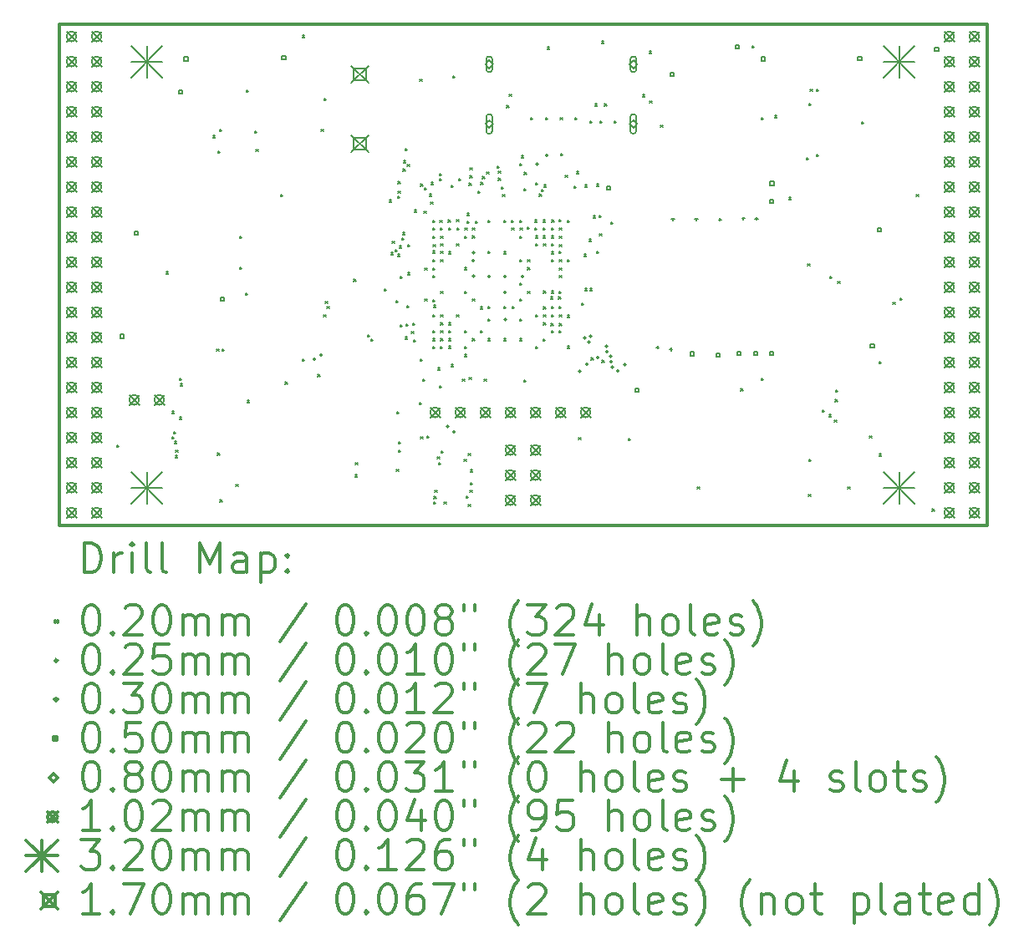
<source format=gbr>
%FSLAX45Y45*%
G04 Gerber Fmt 4.5, Leading zero omitted, Abs format (unit mm)*
G04 Created by KiCad (PCBNEW 4.0.7+dfsg1-1) date Tue Oct  3 01:48:22 2017*
%MOMM*%
%LPD*%
G01*
G04 APERTURE LIST*
%ADD10C,0.127000*%
%ADD11C,0.300000*%
%ADD12C,0.200000*%
G04 APERTURE END LIST*
D10*
D11*
X9410000Y-6142000D02*
X9410000Y-11222000D01*
X18808000Y-6142000D02*
X9410000Y-6142000D01*
X18808000Y-11222000D02*
X18808000Y-6142000D01*
X9410000Y-11222000D02*
X18808000Y-11222000D01*
D12*
X9998000Y-10410000D02*
X10018000Y-10430000D01*
X10018000Y-10410000D02*
X9998000Y-10430000D01*
X10493771Y-8653299D02*
X10513771Y-8673299D01*
X10513771Y-8653299D02*
X10493771Y-8673299D01*
X10555187Y-10325526D02*
X10575187Y-10345526D01*
X10575187Y-10325526D02*
X10555187Y-10345526D01*
X10557972Y-10068392D02*
X10577972Y-10088392D01*
X10577972Y-10068392D02*
X10557972Y-10088392D01*
X10570316Y-10275043D02*
X10590316Y-10295043D01*
X10590316Y-10275043D02*
X10570316Y-10295043D01*
X10580671Y-10371655D02*
X10600671Y-10391655D01*
X10600671Y-10371655D02*
X10580671Y-10391655D01*
X10587368Y-10514871D02*
X10607368Y-10534871D01*
X10607368Y-10514871D02*
X10587368Y-10534871D01*
X10592360Y-10459757D02*
X10612360Y-10479757D01*
X10612360Y-10459757D02*
X10592360Y-10479757D01*
X10630117Y-10127790D02*
X10650117Y-10147790D01*
X10650117Y-10127790D02*
X10630117Y-10147790D01*
X10631264Y-9735361D02*
X10651264Y-9755361D01*
X10651264Y-9735361D02*
X10631264Y-9755361D01*
X10638000Y-9787630D02*
X10658000Y-9807630D01*
X10658000Y-9787630D02*
X10638000Y-9807630D01*
X10972800Y-7273000D02*
X10992800Y-7293000D01*
X10992800Y-7273000D02*
X10972800Y-7293000D01*
X11009310Y-9438989D02*
X11029310Y-9458989D01*
X11029310Y-9438989D02*
X11009310Y-9458989D01*
X11018000Y-10490000D02*
X11038000Y-10510000D01*
X11038000Y-10490000D02*
X11018000Y-10510000D01*
X11021352Y-7428070D02*
X11041352Y-7448070D01*
X11041352Y-7428070D02*
X11021352Y-7448070D01*
X11038300Y-7211500D02*
X11058300Y-7231500D01*
X11058300Y-7211500D02*
X11038300Y-7231500D01*
X11042966Y-10966034D02*
X11062966Y-10986034D01*
X11062966Y-10966034D02*
X11042966Y-10986034D01*
X11061873Y-9435178D02*
X11081873Y-9455178D01*
X11081873Y-9435178D02*
X11061873Y-9455178D01*
X11203400Y-10805600D02*
X11223400Y-10825600D01*
X11223400Y-10805600D02*
X11203400Y-10825600D01*
X11241500Y-8291000D02*
X11261500Y-8311000D01*
X11261500Y-8291000D02*
X11241500Y-8311000D01*
X11241500Y-8608500D02*
X11261500Y-8628500D01*
X11261500Y-8608500D02*
X11241500Y-8628500D01*
X11298000Y-8870000D02*
X11318000Y-8890000D01*
X11318000Y-8870000D02*
X11298000Y-8890000D01*
X11311224Y-6814440D02*
X11331224Y-6834440D01*
X11331224Y-6814440D02*
X11311224Y-6834440D01*
X11317321Y-9958139D02*
X11337321Y-9978139D01*
X11337321Y-9958139D02*
X11317321Y-9978139D01*
X11393900Y-7224200D02*
X11413900Y-7244200D01*
X11413900Y-7224200D02*
X11393900Y-7244200D01*
X11406600Y-7414700D02*
X11426600Y-7434700D01*
X11426600Y-7414700D02*
X11406600Y-7434700D01*
X11655434Y-7867799D02*
X11675434Y-7887799D01*
X11675434Y-7867799D02*
X11655434Y-7887799D01*
X11702166Y-9771727D02*
X11722166Y-9791727D01*
X11722166Y-9771727D02*
X11702166Y-9791727D01*
X11874380Y-9539822D02*
X11894380Y-9559822D01*
X11894380Y-9539822D02*
X11874380Y-9559822D01*
X11875869Y-6255897D02*
X11895869Y-6275897D01*
X11895869Y-6255897D02*
X11875869Y-6275897D01*
X12033000Y-9695000D02*
X12053000Y-9715000D01*
X12053000Y-9695000D02*
X12033000Y-9715000D01*
X12067000Y-7211500D02*
X12087000Y-7231500D01*
X12087000Y-7211500D02*
X12067000Y-7231500D01*
X12093648Y-9090823D02*
X12113648Y-9110823D01*
X12113648Y-9090823D02*
X12093648Y-9110823D01*
X12098665Y-6897853D02*
X12118665Y-6917853D01*
X12118665Y-6897853D02*
X12098665Y-6917853D01*
X12110622Y-8956298D02*
X12130622Y-8976298D01*
X12130622Y-8956298D02*
X12110622Y-8976298D01*
X12126901Y-9006422D02*
X12146901Y-9026422D01*
X12146901Y-9006422D02*
X12126901Y-9026422D01*
X12398000Y-8730000D02*
X12418000Y-8750000D01*
X12418000Y-8730000D02*
X12398000Y-8750000D01*
X12398000Y-8730000D02*
X12418000Y-8750000D01*
X12418000Y-8730000D02*
X12398000Y-8750000D01*
X12410242Y-10710764D02*
X12430242Y-10730764D01*
X12430242Y-10710764D02*
X12410242Y-10730764D01*
X12415398Y-10588254D02*
X12435398Y-10608254D01*
X12435398Y-10588254D02*
X12415398Y-10608254D01*
X12538000Y-9290000D02*
X12558000Y-9310000D01*
X12558000Y-9290000D02*
X12538000Y-9310000D01*
X12572728Y-9335266D02*
X12592728Y-9355266D01*
X12592728Y-9335266D02*
X12572728Y-9355266D01*
X12704513Y-8827908D02*
X12724513Y-8847908D01*
X12724513Y-8827908D02*
X12704513Y-8847908D01*
X12754366Y-7925556D02*
X12774366Y-7945556D01*
X12774366Y-7925556D02*
X12754366Y-7945556D01*
X12772416Y-8458897D02*
X12792416Y-8478897D01*
X12792416Y-8458897D02*
X12772416Y-8478897D01*
X12786626Y-8342795D02*
X12806626Y-8362795D01*
X12806626Y-8342795D02*
X12786626Y-8362795D01*
X12815628Y-8428729D02*
X12835628Y-8448729D01*
X12835628Y-8428729D02*
X12815628Y-8448729D01*
X12822131Y-8943995D02*
X12842131Y-8963995D01*
X12842131Y-8943995D02*
X12822131Y-8963995D01*
X12829000Y-10653200D02*
X12849000Y-10673200D01*
X12849000Y-10653200D02*
X12829000Y-10673200D01*
X12834133Y-10069588D02*
X12854133Y-10089588D01*
X12854133Y-10069588D02*
X12834133Y-10089588D01*
X12838971Y-8476738D02*
X12858971Y-8496738D01*
X12858971Y-8476738D02*
X12838971Y-8496738D01*
X12841590Y-7889418D02*
X12861590Y-7909418D01*
X12861590Y-7889418D02*
X12841590Y-7909418D01*
X12844557Y-7737658D02*
X12864557Y-7757658D01*
X12864557Y-7737658D02*
X12844557Y-7757658D01*
X12846973Y-7836992D02*
X12866973Y-7856992D01*
X12866973Y-7836992D02*
X12846973Y-7856992D01*
X12850280Y-10377254D02*
X12870280Y-10397254D01*
X12870280Y-10377254D02*
X12850280Y-10397254D01*
X12851011Y-10461457D02*
X12871011Y-10481457D01*
X12871011Y-10461457D02*
X12851011Y-10481457D01*
X12856960Y-8392024D02*
X12876960Y-8412024D01*
X12876960Y-8392024D02*
X12856960Y-8412024D01*
X12866509Y-9190430D02*
X12886509Y-9210430D01*
X12886509Y-9190430D02*
X12866509Y-9210430D01*
X12867665Y-8701088D02*
X12887665Y-8721088D01*
X12887665Y-8701088D02*
X12867665Y-8721088D01*
X12884885Y-8308326D02*
X12904885Y-8328326D01*
X12904885Y-8308326D02*
X12884885Y-8328326D01*
X12891675Y-8256064D02*
X12911675Y-8276064D01*
X12911675Y-8256064D02*
X12891675Y-8276064D01*
X12896163Y-7612957D02*
X12916163Y-7632957D01*
X12916163Y-7612957D02*
X12896163Y-7632957D01*
X12902225Y-7526361D02*
X12922225Y-7546361D01*
X12922225Y-7526361D02*
X12902225Y-7546361D01*
X12915222Y-7404246D02*
X12935222Y-7424246D01*
X12935222Y-7404246D02*
X12915222Y-7424246D01*
X12915467Y-9314463D02*
X12935467Y-9334463D01*
X12935467Y-9314463D02*
X12915467Y-9334463D01*
X12923676Y-9183899D02*
X12943676Y-9203899D01*
X12943676Y-9183899D02*
X12923676Y-9203899D01*
X12935918Y-8993919D02*
X12955918Y-9013919D01*
X12955918Y-8993919D02*
X12935918Y-9013919D01*
X12939334Y-7563781D02*
X12959334Y-7583781D01*
X12959334Y-7563781D02*
X12939334Y-7583781D01*
X12941393Y-8376098D02*
X12961393Y-8396098D01*
X12961393Y-8376098D02*
X12941393Y-8396098D01*
X12944260Y-8660352D02*
X12964260Y-8680352D01*
X12964260Y-8660352D02*
X12944260Y-8680352D01*
X12980206Y-9257825D02*
X13000206Y-9277825D01*
X13000206Y-9257825D02*
X12980206Y-9277825D01*
X12992293Y-9173424D02*
X13012293Y-9193424D01*
X13012293Y-9173424D02*
X12992293Y-9193424D01*
X13004130Y-9342914D02*
X13024130Y-9362914D01*
X13024130Y-9342914D02*
X13004130Y-9362914D01*
X13009682Y-8027773D02*
X13029682Y-8047773D01*
X13029682Y-8027773D02*
X13009682Y-8047773D01*
X13061453Y-9980100D02*
X13081453Y-10000100D01*
X13081453Y-9980100D02*
X13061453Y-10000100D01*
X13066199Y-6701962D02*
X13086199Y-6721962D01*
X13086199Y-6701962D02*
X13066199Y-6721962D01*
X13070707Y-9535414D02*
X13090707Y-9555414D01*
X13090707Y-9535414D02*
X13070707Y-9555414D01*
X13073949Y-10325498D02*
X13093949Y-10345498D01*
X13093949Y-10325498D02*
X13073949Y-10345498D01*
X13075683Y-7764262D02*
X13095683Y-7784262D01*
X13095683Y-7764262D02*
X13075683Y-7784262D01*
X13093936Y-9738729D02*
X13113936Y-9758729D01*
X13113936Y-9738729D02*
X13093936Y-9758729D01*
X13108000Y-8040000D02*
X13128000Y-8060000D01*
X13128000Y-8040000D02*
X13108000Y-8060000D01*
X13113091Y-7801384D02*
X13133091Y-7821384D01*
X13133091Y-7801384D02*
X13113091Y-7821384D01*
X13115453Y-8615136D02*
X13135453Y-8635136D01*
X13135453Y-8615136D02*
X13115453Y-8635136D01*
X13118000Y-8930000D02*
X13138000Y-8950000D01*
X13138000Y-8930000D02*
X13118000Y-8950000D01*
X13135385Y-10319621D02*
X13155385Y-10339621D01*
X13155385Y-10319621D02*
X13135385Y-10339621D01*
X13160933Y-7864587D02*
X13180933Y-7884587D01*
X13180933Y-7864587D02*
X13160933Y-7884587D01*
X13174731Y-7948989D02*
X13194731Y-7968989D01*
X13194731Y-7948989D02*
X13174731Y-7968989D01*
X13182329Y-7748485D02*
X13202329Y-7768485D01*
X13202329Y-7748485D02*
X13182329Y-7768485D01*
X13197765Y-9087799D02*
X13217765Y-9107799D01*
X13217765Y-9087799D02*
X13197765Y-9107799D01*
X13197789Y-8617215D02*
X13217789Y-8637215D01*
X13217789Y-8617215D02*
X13197789Y-8637215D01*
X13197962Y-8532814D02*
X13217962Y-8552814D01*
X13217962Y-8532814D02*
X13197962Y-8552814D01*
X13198000Y-8440334D02*
X13218000Y-8460334D01*
X13218000Y-8440334D02*
X13198000Y-8460334D01*
X13198000Y-8130000D02*
X13218000Y-8150000D01*
X13218000Y-8130000D02*
X13198000Y-8150000D01*
X13198000Y-8207799D02*
X13218000Y-8227799D01*
X13218000Y-8207799D02*
X13198000Y-8227799D01*
X13198000Y-8690000D02*
X13218000Y-8710000D01*
X13218000Y-8690000D02*
X13198000Y-8710000D01*
X13198000Y-8934402D02*
X13218000Y-8954402D01*
X13218000Y-8934402D02*
X13198000Y-8954402D01*
X13198000Y-9250000D02*
X13218000Y-9270000D01*
X13218000Y-9250000D02*
X13198000Y-9270000D01*
X13198000Y-9330000D02*
X13218000Y-9350000D01*
X13218000Y-9330000D02*
X13198000Y-9350000D01*
X13198000Y-9410000D02*
X13218000Y-9430000D01*
X13218000Y-9410000D02*
X13198000Y-9430000D01*
X13198482Y-8292201D02*
X13218482Y-8312201D01*
X13218482Y-8292201D02*
X13198482Y-8312201D01*
X13201744Y-8376602D02*
X13221744Y-8396602D01*
X13221744Y-8376602D02*
X13201744Y-8396602D01*
X13204611Y-10984026D02*
X13224611Y-11004026D01*
X13224611Y-10984026D02*
X13204611Y-11004026D01*
X13205608Y-8993095D02*
X13225608Y-9013095D01*
X13225608Y-8993095D02*
X13205608Y-9013095D01*
X13208900Y-10931500D02*
X13228900Y-10951500D01*
X13228900Y-10931500D02*
X13208900Y-10951500D01*
X13218000Y-10870000D02*
X13238000Y-10890000D01*
X13238000Y-10870000D02*
X13218000Y-10890000D01*
X13244000Y-10530000D02*
X13264000Y-10550000D01*
X13264000Y-10530000D02*
X13244000Y-10550000D01*
X13247282Y-9628386D02*
X13267282Y-9648386D01*
X13267282Y-9628386D02*
X13247282Y-9648386D01*
X13255619Y-10587619D02*
X13275619Y-10607619D01*
X13275619Y-10587619D02*
X13255619Y-10607619D01*
X13263724Y-7657621D02*
X13283724Y-7677621D01*
X13283724Y-7657621D02*
X13263724Y-7677621D01*
X13265267Y-9807892D02*
X13285267Y-9827892D01*
X13285267Y-9807892D02*
X13265267Y-9827892D01*
X13266117Y-7710267D02*
X13286117Y-7730267D01*
X13286117Y-7710267D02*
X13266117Y-7730267D01*
X13268333Y-8129999D02*
X13288333Y-8149999D01*
X13288333Y-8129999D02*
X13268333Y-8149999D01*
X13271035Y-8207799D02*
X13291035Y-8227799D01*
X13291035Y-8207799D02*
X13271035Y-8227799D01*
X13274623Y-9409707D02*
X13294623Y-9429707D01*
X13294623Y-9409707D02*
X13274623Y-9429707D01*
X13277580Y-8532814D02*
X13297580Y-8552814D01*
X13297580Y-8532814D02*
X13277580Y-8552814D01*
X13278000Y-8292201D02*
X13298000Y-8312201D01*
X13298000Y-8292201D02*
X13278000Y-8312201D01*
X13278000Y-8850000D02*
X13298000Y-8870000D01*
X13298000Y-8850000D02*
X13278000Y-8870000D01*
X13278000Y-9090000D02*
X13298000Y-9110000D01*
X13298000Y-9090000D02*
X13278000Y-9110000D01*
X13278000Y-9170000D02*
X13298000Y-9190000D01*
X13298000Y-9170000D02*
X13278000Y-9190000D01*
X13278000Y-9250000D02*
X13298000Y-9270000D01*
X13298000Y-9250000D02*
X13278000Y-9270000D01*
X13278000Y-9330000D02*
X13298000Y-9350000D01*
X13298000Y-9330000D02*
X13278000Y-9350000D01*
X13278042Y-8446122D02*
X13298042Y-8466122D01*
X13298042Y-8446122D02*
X13278042Y-8466122D01*
X13278650Y-8367799D02*
X13298650Y-8387799D01*
X13298650Y-8367799D02*
X13278650Y-8387799D01*
X13281858Y-10470000D02*
X13301858Y-10490000D01*
X13301858Y-10470000D02*
X13281858Y-10490000D01*
X13311600Y-10983400D02*
X13331600Y-11003400D01*
X13331600Y-10983400D02*
X13311600Y-11003400D01*
X13352734Y-8129641D02*
X13372734Y-8149641D01*
X13372734Y-8129641D02*
X13352734Y-8149641D01*
X13355436Y-8207799D02*
X13375436Y-8227799D01*
X13375436Y-8207799D02*
X13355436Y-8227799D01*
X13357194Y-8449520D02*
X13377194Y-8469520D01*
X13377194Y-8449520D02*
X13357194Y-8469520D01*
X13358000Y-9170000D02*
X13378000Y-9190000D01*
X13378000Y-9170000D02*
X13358000Y-9190000D01*
X13358000Y-9250000D02*
X13378000Y-9270000D01*
X13378000Y-9250000D02*
X13358000Y-9270000D01*
X13358567Y-9330248D02*
X13378567Y-9350248D01*
X13378567Y-9330248D02*
X13358567Y-9350248D01*
X13359024Y-9408016D02*
X13379024Y-9428016D01*
X13379024Y-9408016D02*
X13359024Y-9428016D01*
X13381998Y-9593873D02*
X13401998Y-9613873D01*
X13401998Y-9593873D02*
X13381998Y-9613873D01*
X13382219Y-7775484D02*
X13402219Y-7795484D01*
X13402219Y-7775484D02*
X13382219Y-7795484D01*
X13397916Y-6668615D02*
X13417916Y-6688615D01*
X13417916Y-6668615D02*
X13397916Y-6688615D01*
X13437135Y-8124791D02*
X13457135Y-8144791D01*
X13457135Y-8124791D02*
X13437135Y-8144791D01*
X13438000Y-8370000D02*
X13458000Y-8390000D01*
X13458000Y-8370000D02*
X13438000Y-8390000D01*
X13438000Y-9090000D02*
X13458000Y-9110000D01*
X13458000Y-9090000D02*
X13438000Y-9110000D01*
X13440141Y-8207758D02*
X13460141Y-8227758D01*
X13460141Y-8207758D02*
X13440141Y-8227758D01*
X13460201Y-7710000D02*
X13480201Y-7730000D01*
X13480201Y-7710000D02*
X13460201Y-7730000D01*
X13498546Y-9743179D02*
X13518546Y-9763179D01*
X13518546Y-9743179D02*
X13498546Y-9763179D01*
X13514800Y-10551600D02*
X13534800Y-10571600D01*
X13534800Y-10551600D02*
X13514800Y-10571600D01*
X13517331Y-8851860D02*
X13537331Y-8871860D01*
X13537331Y-8851860D02*
X13517331Y-8871860D01*
X13518000Y-8292201D02*
X13538000Y-8312201D01*
X13538000Y-8292201D02*
X13518000Y-8312201D01*
X13518000Y-8610000D02*
X13538000Y-8630000D01*
X13538000Y-8610000D02*
X13518000Y-8630000D01*
X13518000Y-9250000D02*
X13538000Y-9270000D01*
X13538000Y-9250000D02*
X13518000Y-9270000D01*
X13518000Y-9410000D02*
X13538000Y-9430000D01*
X13538000Y-9410000D02*
X13518000Y-9430000D01*
X13518000Y-9490000D02*
X13538000Y-9510000D01*
X13538000Y-9490000D02*
X13518000Y-9510000D01*
X13524542Y-8207681D02*
X13544542Y-8227681D01*
X13544542Y-8207681D02*
X13524542Y-8227681D01*
X13537195Y-10926588D02*
X13557195Y-10946588D01*
X13557195Y-10926588D02*
X13537195Y-10946588D01*
X13546744Y-8060230D02*
X13566744Y-8080230D01*
X13566744Y-8060230D02*
X13546744Y-8080230D01*
X13546744Y-8138922D02*
X13566744Y-8158922D01*
X13566744Y-8138922D02*
X13546744Y-8158922D01*
X13558000Y-10493799D02*
X13578000Y-10513799D01*
X13578000Y-10493799D02*
X13558000Y-10513799D01*
X13558000Y-11010000D02*
X13578000Y-11030000D01*
X13578000Y-11010000D02*
X13558000Y-11030000D01*
X13566755Y-7754855D02*
X13586755Y-7774855D01*
X13586755Y-7754855D02*
X13566755Y-7774855D01*
X13567000Y-9723813D02*
X13587000Y-9743813D01*
X13587000Y-9723813D02*
X13567000Y-9743813D01*
X13573069Y-7599451D02*
X13593069Y-7619451D01*
X13593069Y-7599451D02*
X13573069Y-7619451D01*
X13573070Y-7680538D02*
X13593070Y-7700538D01*
X13593070Y-7680538D02*
X13573070Y-7700538D01*
X13575325Y-10869239D02*
X13595325Y-10889239D01*
X13595325Y-10869239D02*
X13575325Y-10889239D01*
X13575519Y-10792264D02*
X13595519Y-10812264D01*
X13595519Y-10792264D02*
X13575519Y-10812264D01*
X13578416Y-10659601D02*
X13598416Y-10679601D01*
X13598416Y-10659601D02*
X13578416Y-10679601D01*
X13598000Y-8210000D02*
X13618000Y-8230000D01*
X13618000Y-8210000D02*
X13598000Y-8230000D01*
X13598000Y-8290000D02*
X13618000Y-8310000D01*
X13618000Y-8290000D02*
X13598000Y-8310000D01*
X13598000Y-9330000D02*
X13618000Y-9350000D01*
X13618000Y-9330000D02*
X13598000Y-9350000D01*
X13598517Y-8929483D02*
X13618517Y-8949483D01*
X13618517Y-8929483D02*
X13598517Y-8949483D01*
X13631144Y-8139731D02*
X13651144Y-8159731D01*
X13651144Y-8139731D02*
X13631144Y-8159731D01*
X13653412Y-7835167D02*
X13673412Y-7855167D01*
X13673412Y-7835167D02*
X13653412Y-7855167D01*
X13678000Y-9250000D02*
X13698000Y-9270000D01*
X13698000Y-9250000D02*
X13678000Y-9270000D01*
X13678517Y-9009483D02*
X13698517Y-9029483D01*
X13698517Y-9009483D02*
X13678517Y-9029483D01*
X13682857Y-7746298D02*
X13702857Y-7766298D01*
X13702857Y-7746298D02*
X13682857Y-7766298D01*
X13701602Y-7687474D02*
X13721602Y-7707474D01*
X13721602Y-7687474D02*
X13701602Y-7707474D01*
X13718870Y-9743874D02*
X13738870Y-9763874D01*
X13738870Y-9743874D02*
X13718870Y-9763874D01*
X13743803Y-7641053D02*
X13763803Y-7661053D01*
X13763803Y-7641053D02*
X13743803Y-7661053D01*
X13756589Y-9130245D02*
X13776589Y-9150245D01*
X13776589Y-9130245D02*
X13756589Y-9150245D01*
X13758000Y-8130000D02*
X13778000Y-8150000D01*
X13778000Y-8130000D02*
X13758000Y-8150000D01*
X13758000Y-9007299D02*
X13778000Y-9027299D01*
X13778000Y-9007299D02*
X13758000Y-9027299D01*
X13758000Y-9330000D02*
X13778000Y-9350000D01*
X13778000Y-9330000D02*
X13758000Y-9350000D01*
X13758056Y-8443409D02*
X13778056Y-8463409D01*
X13778056Y-8443409D02*
X13758056Y-8463409D01*
X13849384Y-7581016D02*
X13869384Y-7601016D01*
X13869384Y-7581016D02*
X13849384Y-7601016D01*
X13861610Y-7632585D02*
X13881610Y-7652585D01*
X13881610Y-7632585D02*
X13861610Y-7652585D01*
X13862361Y-7706570D02*
X13882361Y-7726570D01*
X13882361Y-7706570D02*
X13862361Y-7726570D01*
X13894062Y-7793672D02*
X13914062Y-7813672D01*
X13914062Y-7793672D02*
X13894062Y-7813672D01*
X13904536Y-7870917D02*
X13924536Y-7890917D01*
X13924536Y-7870917D02*
X13904536Y-7890917D01*
X13917252Y-8451135D02*
X13937252Y-8471135D01*
X13937252Y-8451135D02*
X13917252Y-8471135D01*
X13918000Y-8130000D02*
X13938000Y-8150000D01*
X13938000Y-8130000D02*
X13918000Y-8150000D01*
X13918000Y-9002299D02*
X13938000Y-9022299D01*
X13938000Y-9002299D02*
X13918000Y-9022299D01*
X13918000Y-9330000D02*
X13938000Y-9350000D01*
X13938000Y-9330000D02*
X13918000Y-9350000D01*
X13947561Y-6969286D02*
X13967561Y-6989286D01*
X13967561Y-6969286D02*
X13947561Y-6989286D01*
X13972000Y-6856567D02*
X13992000Y-6876567D01*
X13992000Y-6856567D02*
X13972000Y-6876567D01*
X13993599Y-8130000D02*
X14013599Y-8150000D01*
X14013599Y-8130000D02*
X13993599Y-8150000D01*
X13998000Y-8210000D02*
X14018000Y-8230000D01*
X14018000Y-8210000D02*
X13998000Y-8230000D01*
X13999489Y-9002299D02*
X14019489Y-9022299D01*
X14019489Y-9002299D02*
X13999489Y-9022299D01*
X14076403Y-8294140D02*
X14096403Y-8314140D01*
X14096403Y-8294140D02*
X14076403Y-8314140D01*
X14077419Y-9133335D02*
X14097419Y-9153335D01*
X14097419Y-9133335D02*
X14077419Y-9153335D01*
X14078000Y-8130000D02*
X14098000Y-8150000D01*
X14098000Y-8130000D02*
X14078000Y-8150000D01*
X14078000Y-8530000D02*
X14098000Y-8550000D01*
X14098000Y-8530000D02*
X14078000Y-8550000D01*
X14078000Y-8770000D02*
X14098000Y-8790000D01*
X14098000Y-8770000D02*
X14078000Y-8790000D01*
X14078000Y-8930000D02*
X14098000Y-8950000D01*
X14098000Y-8930000D02*
X14078000Y-8950000D01*
X14078000Y-9330000D02*
X14098000Y-9350000D01*
X14098000Y-9330000D02*
X14078000Y-9350000D01*
X14079021Y-7558194D02*
X14099021Y-7578194D01*
X14099021Y-7558194D02*
X14079021Y-7578194D01*
X14082401Y-8207928D02*
X14102401Y-8227928D01*
X14102401Y-8207928D02*
X14082401Y-8227928D01*
X14094664Y-7477380D02*
X14114664Y-7497380D01*
X14114664Y-7477380D02*
X14094664Y-7497380D01*
X14118000Y-9750000D02*
X14138000Y-9770000D01*
X14138000Y-9750000D02*
X14118000Y-9770000D01*
X14121898Y-7809926D02*
X14141898Y-7829926D01*
X14141898Y-7809926D02*
X14121898Y-7829926D01*
X14124297Y-7645500D02*
X14144297Y-7665500D01*
X14144297Y-7645500D02*
X14124297Y-7665500D01*
X14155799Y-8203034D02*
X14175799Y-8223034D01*
X14175799Y-8203034D02*
X14155799Y-8223034D01*
X14158000Y-8530000D02*
X14178000Y-8550000D01*
X14178000Y-8530000D02*
X14158000Y-8550000D01*
X14158000Y-8610000D02*
X14178000Y-8630000D01*
X14178000Y-8610000D02*
X14158000Y-8630000D01*
X14158000Y-8850000D02*
X14178000Y-8870000D01*
X14178000Y-8850000D02*
X14158000Y-8870000D01*
X14190056Y-7090851D02*
X14210056Y-7110851D01*
X14210056Y-7090851D02*
X14190056Y-7110851D01*
X14229642Y-8209139D02*
X14249642Y-8229139D01*
X14249642Y-8209139D02*
X14229642Y-8229139D01*
X14231398Y-8128224D02*
X14251398Y-8148224D01*
X14251398Y-8128224D02*
X14231398Y-8148224D01*
X14237355Y-8289891D02*
X14257355Y-8309891D01*
X14257355Y-8289891D02*
X14237355Y-8309891D01*
X14238000Y-7750000D02*
X14258000Y-7770000D01*
X14258000Y-7750000D02*
X14238000Y-7770000D01*
X14238000Y-8370000D02*
X14258000Y-8390000D01*
X14258000Y-8370000D02*
X14238000Y-8390000D01*
X14238000Y-9090000D02*
X14258000Y-9110000D01*
X14258000Y-9090000D02*
X14238000Y-9110000D01*
X14238000Y-9410000D02*
X14258000Y-9430000D01*
X14258000Y-9410000D02*
X14238000Y-9430000D01*
X14275162Y-7865975D02*
X14295162Y-7885975D01*
X14295162Y-7865975D02*
X14275162Y-7885975D01*
X14300511Y-7819522D02*
X14320511Y-7839522D01*
X14320511Y-7819522D02*
X14300511Y-7839522D01*
X14315799Y-8127963D02*
X14335799Y-8147963D01*
X14335799Y-8127963D02*
X14315799Y-8147963D01*
X14315799Y-8210715D02*
X14335799Y-8230715D01*
X14335799Y-8210715D02*
X14315799Y-8230715D01*
X14315799Y-8290000D02*
X14335799Y-8310000D01*
X14335799Y-8290000D02*
X14315799Y-8310000D01*
X14315801Y-9332315D02*
X14335801Y-9352315D01*
X14335801Y-9332315D02*
X14315801Y-9352315D01*
X14317803Y-8849503D02*
X14337803Y-8869503D01*
X14337803Y-8849503D02*
X14317803Y-8869503D01*
X14318000Y-8370000D02*
X14338000Y-8390000D01*
X14338000Y-8370000D02*
X14318000Y-8390000D01*
X14318000Y-9090000D02*
X14338000Y-9110000D01*
X14338000Y-9090000D02*
X14318000Y-9110000D01*
X14318000Y-9170000D02*
X14338000Y-9190000D01*
X14338000Y-9170000D02*
X14318000Y-9190000D01*
X14318182Y-9010195D02*
X14338182Y-9030195D01*
X14338182Y-9010195D02*
X14318182Y-9030195D01*
X14323180Y-7771946D02*
X14343180Y-7791946D01*
X14343180Y-7771946D02*
X14323180Y-7791946D01*
X14338035Y-7091653D02*
X14358035Y-7111653D01*
X14358035Y-7091653D02*
X14338035Y-7111653D01*
X14355067Y-6376252D02*
X14375067Y-6396252D01*
X14375067Y-6376252D02*
X14355067Y-6396252D01*
X14388995Y-8907799D02*
X14408995Y-8927799D01*
X14408995Y-8907799D02*
X14388995Y-8927799D01*
X14396483Y-9177765D02*
X14416483Y-9197765D01*
X14416483Y-9177765D02*
X14396483Y-9197765D01*
X14398000Y-9090000D02*
X14418000Y-9110000D01*
X14418000Y-9090000D02*
X14398000Y-9110000D01*
X14398242Y-9003286D02*
X14418242Y-9023286D01*
X14418242Y-9003286D02*
X14398242Y-9023286D01*
X14398283Y-8848451D02*
X14418283Y-8868451D01*
X14418283Y-8848451D02*
X14398283Y-8868451D01*
X14400201Y-8208560D02*
X14420201Y-8228560D01*
X14420201Y-8208560D02*
X14400201Y-8228560D01*
X14400201Y-8290000D02*
X14420201Y-8310000D01*
X14420201Y-8290000D02*
X14400201Y-8310000D01*
X14400201Y-8370000D02*
X14420201Y-8390000D01*
X14420201Y-8370000D02*
X14400201Y-8390000D01*
X14400201Y-8450000D02*
X14420201Y-8470000D01*
X14420201Y-8450000D02*
X14400201Y-8470000D01*
X14400201Y-8529722D02*
X14420201Y-8549722D01*
X14420201Y-8529722D02*
X14400201Y-8549722D01*
X14400201Y-9250000D02*
X14420201Y-9270000D01*
X14420201Y-9250000D02*
X14400201Y-9270000D01*
X14404602Y-8127478D02*
X14424602Y-8147478D01*
X14424602Y-8127478D02*
X14404602Y-8147478D01*
X14471061Y-8907799D02*
X14491061Y-8927799D01*
X14491061Y-8907799D02*
X14471061Y-8927799D01*
X14476639Y-8123398D02*
X14496639Y-8143398D01*
X14496639Y-8123398D02*
X14476639Y-8143398D01*
X14476724Y-9006446D02*
X14496724Y-9026446D01*
X14496724Y-9006446D02*
X14476724Y-9026446D01*
X14477765Y-8852201D02*
X14497765Y-8872201D01*
X14497765Y-8852201D02*
X14477765Y-8872201D01*
X14477769Y-8443293D02*
X14497769Y-8463293D01*
X14497769Y-8443293D02*
X14477769Y-8463293D01*
X14478235Y-9247799D02*
X14498235Y-9267799D01*
X14498235Y-9247799D02*
X14478235Y-9267799D01*
X14478509Y-8207799D02*
X14498509Y-8227799D01*
X14498509Y-8207799D02*
X14478509Y-8227799D01*
X14478654Y-8528519D02*
X14498654Y-8548519D01*
X14498654Y-8528519D02*
X14478654Y-8548519D01*
X14478856Y-8689382D02*
X14498856Y-8709382D01*
X14498856Y-8689382D02*
X14478856Y-8709382D01*
X14479038Y-8376602D02*
X14499038Y-8396602D01*
X14499038Y-8376602D02*
X14479038Y-8396602D01*
X14479163Y-9090847D02*
X14499163Y-9110847D01*
X14499163Y-9090847D02*
X14479163Y-9110847D01*
X14479410Y-8292201D02*
X14499410Y-8312201D01*
X14499410Y-8292201D02*
X14479410Y-8312201D01*
X14479577Y-9177444D02*
X14499577Y-9197444D01*
X14499577Y-9177444D02*
X14479577Y-9197444D01*
X14480128Y-8616874D02*
X14500128Y-8636874D01*
X14500128Y-8616874D02*
X14480128Y-8636874D01*
X14487842Y-7092405D02*
X14507842Y-7112405D01*
X14507842Y-7092405D02*
X14487842Y-7112405D01*
X14491706Y-7455585D02*
X14511706Y-7475585D01*
X14511706Y-7455585D02*
X14491706Y-7475585D01*
X14539401Y-7673483D02*
X14559401Y-7693483D01*
X14559401Y-7673483D02*
X14539401Y-7693483D01*
X14558000Y-8130000D02*
X14578000Y-8150000D01*
X14578000Y-8130000D02*
X14558000Y-8150000D01*
X14558000Y-8532201D02*
X14578000Y-8552201D01*
X14578000Y-8532201D02*
X14558000Y-8552201D01*
X14558000Y-9407799D02*
X14578000Y-9427799D01*
X14578000Y-9407799D02*
X14558000Y-9427799D01*
X14561303Y-9092201D02*
X14581303Y-9112201D01*
X14581303Y-9092201D02*
X14561303Y-9112201D01*
X14628717Y-7783934D02*
X14648717Y-7803934D01*
X14648717Y-7783934D02*
X14628717Y-7803934D01*
X14636897Y-7089394D02*
X14656897Y-7109394D01*
X14656897Y-7089394D02*
X14636897Y-7109394D01*
X14652765Y-7636130D02*
X14672765Y-7656130D01*
X14672765Y-7636130D02*
X14652765Y-7656130D01*
X14674429Y-10335274D02*
X14694429Y-10355274D01*
X14694429Y-10335274D02*
X14674429Y-10355274D01*
X14702593Y-8970288D02*
X14722593Y-8990288D01*
X14722593Y-8970288D02*
X14702593Y-8990288D01*
X14732247Y-8475859D02*
X14752247Y-8495859D01*
X14752247Y-8475859D02*
X14732247Y-8495859D01*
X14737067Y-8822484D02*
X14757067Y-8842484D01*
X14757067Y-8822484D02*
X14737067Y-8842484D01*
X14738000Y-7772201D02*
X14758000Y-7792201D01*
X14758000Y-7772201D02*
X14738000Y-7792201D01*
X14779417Y-8323581D02*
X14799417Y-8343581D01*
X14799417Y-8323581D02*
X14779417Y-8343581D01*
X14788736Y-7127779D02*
X14808736Y-7147779D01*
X14808736Y-7127779D02*
X14788736Y-7147779D01*
X14789768Y-8822484D02*
X14809768Y-8842484D01*
X14809768Y-8822484D02*
X14789768Y-8842484D01*
X14800281Y-9523902D02*
X14820281Y-9543902D01*
X14820281Y-9523902D02*
X14800281Y-9543902D01*
X14823777Y-8087578D02*
X14843777Y-8107578D01*
X14843777Y-8087578D02*
X14823777Y-8107578D01*
X14837783Y-6951968D02*
X14857783Y-6971968D01*
X14857783Y-6951968D02*
X14837783Y-6971968D01*
X14853988Y-7762935D02*
X14873988Y-7782935D01*
X14873988Y-7762935D02*
X14853988Y-7782935D01*
X14856880Y-8445039D02*
X14876880Y-8465039D01*
X14876880Y-8445039D02*
X14856880Y-8465039D01*
X14883585Y-8079901D02*
X14903585Y-8099901D01*
X14903585Y-8079901D02*
X14883585Y-8099901D01*
X14887565Y-8265534D02*
X14907565Y-8285534D01*
X14907565Y-8265534D02*
X14887565Y-8285534D01*
X14889119Y-7127779D02*
X14909119Y-7147779D01*
X14909119Y-7127779D02*
X14889119Y-7147779D01*
X14908375Y-6315711D02*
X14928375Y-6335711D01*
X14928375Y-6315711D02*
X14908375Y-6335711D01*
X14910771Y-9550529D02*
X14930771Y-9570529D01*
X14930771Y-9550529D02*
X14910771Y-9570529D01*
X14937595Y-6951968D02*
X14957595Y-6971968D01*
X14957595Y-6951968D02*
X14937595Y-6971968D01*
X14998000Y-8150000D02*
X15018000Y-8170000D01*
X15018000Y-8150000D02*
X14998000Y-8170000D01*
X15035722Y-7127779D02*
X15055722Y-7147779D01*
X15055722Y-7127779D02*
X15035722Y-7147779D01*
X15179638Y-10341072D02*
X15199638Y-10361072D01*
X15199638Y-10341072D02*
X15179638Y-10361072D01*
X15322234Y-6857342D02*
X15342234Y-6877342D01*
X15342234Y-6857342D02*
X15322234Y-6877342D01*
X15388420Y-6418006D02*
X15408420Y-6438006D01*
X15408420Y-6418006D02*
X15388420Y-6438006D01*
X15394400Y-6919400D02*
X15414400Y-6939400D01*
X15414400Y-6919400D02*
X15394400Y-6939400D01*
X15504936Y-7166453D02*
X15524936Y-7186453D01*
X15524936Y-7166453D02*
X15504936Y-7186453D01*
X15877000Y-10831000D02*
X15897000Y-10851000D01*
X15897000Y-10831000D02*
X15877000Y-10851000D01*
X16317742Y-9840172D02*
X16337742Y-9860172D01*
X16337742Y-9840172D02*
X16317742Y-9860172D01*
X16433388Y-6363745D02*
X16453388Y-6383745D01*
X16453388Y-6363745D02*
X16433388Y-6383745D01*
X16522697Y-7092660D02*
X16542697Y-7112660D01*
X16542697Y-7092660D02*
X16522697Y-7112660D01*
X16524921Y-9732292D02*
X16544921Y-9752292D01*
X16544921Y-9732292D02*
X16524921Y-9752292D01*
X16657891Y-7070355D02*
X16677891Y-7090355D01*
X16677891Y-7070355D02*
X16657891Y-7090355D01*
X16806644Y-7900804D02*
X16826644Y-7920804D01*
X16826644Y-7900804D02*
X16806644Y-7920804D01*
X16979535Y-7499299D02*
X16999535Y-7519299D01*
X16999535Y-7499299D02*
X16979535Y-7519299D01*
X16994600Y-8570400D02*
X17014600Y-8590400D01*
X17014600Y-8570400D02*
X16994600Y-8590400D01*
X17002604Y-10911247D02*
X17022604Y-10931247D01*
X17022604Y-10911247D02*
X17002604Y-10931247D01*
X17005773Y-10556635D02*
X17025773Y-10576635D01*
X17025773Y-10556635D02*
X17005773Y-10576635D01*
X17008296Y-6947101D02*
X17028296Y-6967101D01*
X17028296Y-6947101D02*
X17008296Y-6967101D01*
X17020000Y-6805100D02*
X17040000Y-6825100D01*
X17040000Y-6805100D02*
X17020000Y-6825100D01*
X17084317Y-7466146D02*
X17104317Y-7486146D01*
X17104317Y-7466146D02*
X17084317Y-7486146D01*
X17085000Y-6802556D02*
X17105000Y-6822556D01*
X17105000Y-6802556D02*
X17085000Y-6822556D01*
X17144030Y-10054574D02*
X17164030Y-10074574D01*
X17164030Y-10054574D02*
X17144030Y-10074574D01*
X17209336Y-10100566D02*
X17229336Y-10120566D01*
X17229336Y-10100566D02*
X17209336Y-10120566D01*
X17218956Y-8702405D02*
X17238956Y-8722405D01*
X17238956Y-8702405D02*
X17218956Y-8722405D01*
X17266127Y-10155168D02*
X17286127Y-10175168D01*
X17286127Y-10155168D02*
X17266127Y-10175168D01*
X17273463Y-9949992D02*
X17293463Y-9969992D01*
X17293463Y-9949992D02*
X17273463Y-9969992D01*
X17277992Y-9851865D02*
X17297992Y-9871865D01*
X17297992Y-9851865D02*
X17277992Y-9871865D01*
X17299400Y-8748200D02*
X17319400Y-8768200D01*
X17319400Y-8748200D02*
X17299400Y-8768200D01*
X17401000Y-10831000D02*
X17421000Y-10851000D01*
X17421000Y-10831000D02*
X17401000Y-10851000D01*
X17539563Y-7135743D02*
X17559563Y-7155743D01*
X17559563Y-7135743D02*
X17539563Y-7155743D01*
X17620559Y-10317981D02*
X17640559Y-10337981D01*
X17640559Y-10317981D02*
X17620559Y-10337981D01*
X17717400Y-10497912D02*
X17737400Y-10517912D01*
X17737400Y-10497912D02*
X17717400Y-10517912D01*
X17718500Y-9561000D02*
X17738500Y-9581000D01*
X17738500Y-9561000D02*
X17718500Y-9581000D01*
X17856591Y-8961390D02*
X17876591Y-8981390D01*
X17876591Y-8961390D02*
X17856591Y-8981390D01*
X17927598Y-8921781D02*
X17947598Y-8941781D01*
X17947598Y-8921781D02*
X17927598Y-8941781D01*
X18096500Y-7868500D02*
X18116500Y-7888500D01*
X18116500Y-7868500D02*
X18096500Y-7888500D01*
X18255436Y-11056584D02*
X18275436Y-11076584D01*
X18275436Y-11056584D02*
X18255436Y-11076584D01*
X12010516Y-9541295D02*
G75*
G03X12010516Y-9541295I-12700J0D01*
G01*
X12076103Y-9497760D02*
G75*
G03X12076103Y-9497760I-12700J0D01*
G01*
X13357629Y-10223262D02*
G75*
G03X13357629Y-10223262I-12700J0D01*
G01*
X13420141Y-10275223D02*
G75*
G03X13420141Y-10275223I-12700J0D01*
G01*
X13620700Y-8460000D02*
G75*
G03X13620700Y-8460000I-12700J0D01*
G01*
X13620700Y-8540000D02*
G75*
G03X13620700Y-8540000I-12700J0D01*
G01*
X13623799Y-8699540D02*
G75*
G03X13623799Y-8699540I-12700J0D01*
G01*
X13780700Y-8700000D02*
G75*
G03X13780700Y-8700000I-12700J0D01*
G01*
X13940700Y-8700000D02*
G75*
G03X13940700Y-8700000I-12700J0D01*
G01*
X13940700Y-8860000D02*
G75*
G03X13940700Y-8860000I-12700J0D01*
G01*
X13943964Y-9135970D02*
G75*
G03X13943964Y-9135970I-12700J0D01*
G01*
X14116986Y-8699500D02*
G75*
G03X14116986Y-8699500I-12700J0D01*
G01*
X14265799Y-7566284D02*
G75*
G03X14265799Y-7566284I-12700J0D01*
G01*
X14365259Y-7474977D02*
G75*
G03X14365259Y-7474977I-12700J0D01*
G01*
X14698950Y-9661750D02*
G75*
G03X14698950Y-9661750I-12700J0D01*
G01*
X14748323Y-9321914D02*
G75*
G03X14748323Y-9321914I-12700J0D01*
G01*
X14766147Y-9591326D02*
G75*
G03X14766147Y-9591326I-12700J0D01*
G01*
X14790471Y-9369101D02*
G75*
G03X14790471Y-9369101I-12700J0D01*
G01*
X14804230Y-9306098D02*
G75*
G03X14804230Y-9306098I-12700J0D01*
G01*
X14878093Y-9524901D02*
G75*
G03X14878093Y-9524901I-12700J0D01*
G01*
X14969298Y-9405479D02*
G75*
G03X14969298Y-9405479I-12700J0D01*
G01*
X14971152Y-9463550D02*
G75*
G03X14971152Y-9463550I-12700J0D01*
G01*
X15007952Y-9508512D02*
G75*
G03X15007952Y-9508512I-12700J0D01*
G01*
X15016044Y-9566047D02*
G75*
G03X15016044Y-9566047I-12700J0D01*
G01*
X15027622Y-9622983D02*
G75*
G03X15027622Y-9622983I-12700J0D01*
G01*
X15084750Y-9657580D02*
G75*
G03X15084750Y-9657580I-12700J0D01*
G01*
X15157504Y-9595169D02*
G75*
G03X15157504Y-9595169I-12700J0D01*
G01*
X15472629Y-9402136D02*
X15472629Y-9432136D01*
X15457629Y-9417136D02*
X15487629Y-9417136D01*
X15607711Y-9423078D02*
X15607711Y-9453078D01*
X15592711Y-9438078D02*
X15622711Y-9438078D01*
X15628000Y-8106084D02*
X15628000Y-8136084D01*
X15613000Y-8121084D02*
X15643000Y-8121084D01*
X15868000Y-8106084D02*
X15868000Y-8136084D01*
X15853000Y-8121084D02*
X15883000Y-8121084D01*
X16106799Y-8106612D02*
X16106799Y-8136612D01*
X16091799Y-8121612D02*
X16121799Y-8121612D01*
X16342203Y-8097066D02*
X16342203Y-8127066D01*
X16327203Y-8112066D02*
X16357203Y-8112066D01*
X16474183Y-8098057D02*
X16474183Y-8128057D01*
X16459183Y-8113057D02*
X16489183Y-8113057D01*
X10065668Y-9324068D02*
X10065668Y-9288713D01*
X10030313Y-9288713D01*
X10030313Y-9324068D01*
X10065668Y-9324068D01*
X10210884Y-8276183D02*
X10210884Y-8240827D01*
X10175529Y-8240827D01*
X10175529Y-8276183D01*
X10210884Y-8276183D01*
X10659458Y-6848926D02*
X10659458Y-6813570D01*
X10624103Y-6813570D01*
X10624103Y-6848926D01*
X10659458Y-6848926D01*
X10715159Y-6513075D02*
X10715159Y-6477720D01*
X10679803Y-6477720D01*
X10679803Y-6513075D01*
X10715159Y-6513075D01*
X11079415Y-8946398D02*
X11079415Y-8911042D01*
X11044059Y-8911042D01*
X11044059Y-8946398D01*
X11079415Y-8946398D01*
X11705728Y-6497972D02*
X11705728Y-6462616D01*
X11670372Y-6462616D01*
X11670372Y-6497972D01*
X11705728Y-6497972D01*
X14992842Y-7820612D02*
X14992842Y-7785257D01*
X14957486Y-7785257D01*
X14957486Y-7820612D01*
X14992842Y-7820612D01*
X15279782Y-9869675D02*
X15279782Y-9834319D01*
X15244427Y-9834319D01*
X15244427Y-9869675D01*
X15279782Y-9869675D01*
X15641236Y-6672514D02*
X15641236Y-6637158D01*
X15605880Y-6637158D01*
X15605880Y-6672514D01*
X15641236Y-6672514D01*
X15841046Y-9502939D02*
X15841046Y-9467584D01*
X15805691Y-9467584D01*
X15805691Y-9502939D01*
X15841046Y-9502939D01*
X16105267Y-9516553D02*
X16105267Y-9481197D01*
X16069912Y-9481197D01*
X16069912Y-9516553D01*
X16105267Y-9516553D01*
X16296426Y-6389526D02*
X16296426Y-6354171D01*
X16261070Y-6354171D01*
X16261070Y-6389526D01*
X16296426Y-6389526D01*
X16316953Y-9499696D02*
X16316953Y-9464341D01*
X16281597Y-9464341D01*
X16281597Y-9499696D01*
X16316953Y-9499696D01*
X16483055Y-9500233D02*
X16483055Y-9464877D01*
X16447699Y-9464877D01*
X16447699Y-9500233D01*
X16483055Y-9500233D01*
X16559402Y-6513144D02*
X16559402Y-6477789D01*
X16524047Y-6477789D01*
X16524047Y-6513144D01*
X16559402Y-6513144D01*
X16642573Y-7958481D02*
X16642573Y-7923125D01*
X16607218Y-7923125D01*
X16607218Y-7958481D01*
X16642573Y-7958481D01*
X16645678Y-9497678D02*
X16645678Y-9462322D01*
X16610322Y-9462322D01*
X16610322Y-9497678D01*
X16645678Y-9497678D01*
X16649839Y-7774906D02*
X16649839Y-7739550D01*
X16614484Y-7739550D01*
X16614484Y-7774906D01*
X16649839Y-7774906D01*
X17538711Y-6512572D02*
X17538711Y-6477216D01*
X17503355Y-6477216D01*
X17503355Y-6512572D01*
X17538711Y-6512572D01*
X17665108Y-9424587D02*
X17665108Y-9389232D01*
X17629753Y-9389232D01*
X17629753Y-9424587D01*
X17665108Y-9424587D01*
X17740669Y-8245813D02*
X17740669Y-8210457D01*
X17705313Y-8210457D01*
X17705313Y-8245813D01*
X17740669Y-8245813D01*
X18318182Y-6414182D02*
X18318182Y-6378826D01*
X18282826Y-6378826D01*
X18282826Y-6414182D01*
X18318182Y-6414182D01*
X13768000Y-6590000D02*
X13808000Y-6550000D01*
X13768000Y-6510000D01*
X13728000Y-6550000D01*
X13768000Y-6590000D01*
X13738000Y-6500000D02*
X13738000Y-6600000D01*
X13798000Y-6500000D02*
X13798000Y-6600000D01*
X13738000Y-6600000D02*
G75*
G03X13798000Y-6600000I30000J0D01*
G01*
X13798000Y-6500000D02*
G75*
G03X13738000Y-6500000I-30000J0D01*
G01*
X13768000Y-7195000D02*
X13808000Y-7155000D01*
X13768000Y-7115000D01*
X13728000Y-7155000D01*
X13768000Y-7195000D01*
X13738000Y-7085000D02*
X13738000Y-7225000D01*
X13798000Y-7085000D02*
X13798000Y-7225000D01*
X13738000Y-7225000D02*
G75*
G03X13798000Y-7225000I30000J0D01*
G01*
X13798000Y-7085000D02*
G75*
G03X13738000Y-7085000I-30000J0D01*
G01*
X15228000Y-6590000D02*
X15268000Y-6550000D01*
X15228000Y-6510000D01*
X15188000Y-6550000D01*
X15228000Y-6590000D01*
X15198000Y-6500000D02*
X15198000Y-6600000D01*
X15258000Y-6500000D02*
X15258000Y-6600000D01*
X15198000Y-6600000D02*
G75*
G03X15258000Y-6600000I30000J0D01*
G01*
X15258000Y-6500000D02*
G75*
G03X15198000Y-6500000I-30000J0D01*
G01*
X15228000Y-7195000D02*
X15268000Y-7155000D01*
X15228000Y-7115000D01*
X15188000Y-7155000D01*
X15228000Y-7195000D01*
X15198000Y-7085000D02*
X15198000Y-7225000D01*
X15258000Y-7085000D02*
X15258000Y-7225000D01*
X15198000Y-7225000D02*
G75*
G03X15258000Y-7225000I30000J0D01*
G01*
X15258000Y-7085000D02*
G75*
G03X15198000Y-7085000I-30000J0D01*
G01*
X9486200Y-6218200D02*
X9587800Y-6319800D01*
X9587800Y-6218200D02*
X9486200Y-6319800D01*
X9587800Y-6269000D02*
G75*
G03X9587800Y-6269000I-50800J0D01*
G01*
X9486200Y-6472200D02*
X9587800Y-6573800D01*
X9587800Y-6472200D02*
X9486200Y-6573800D01*
X9587800Y-6523000D02*
G75*
G03X9587800Y-6523000I-50800J0D01*
G01*
X9486200Y-6726200D02*
X9587800Y-6827800D01*
X9587800Y-6726200D02*
X9486200Y-6827800D01*
X9587800Y-6777000D02*
G75*
G03X9587800Y-6777000I-50800J0D01*
G01*
X9486200Y-6980200D02*
X9587800Y-7081800D01*
X9587800Y-6980200D02*
X9486200Y-7081800D01*
X9587800Y-7031000D02*
G75*
G03X9587800Y-7031000I-50800J0D01*
G01*
X9486200Y-7234200D02*
X9587800Y-7335800D01*
X9587800Y-7234200D02*
X9486200Y-7335800D01*
X9587800Y-7285000D02*
G75*
G03X9587800Y-7285000I-50800J0D01*
G01*
X9486200Y-7488200D02*
X9587800Y-7589800D01*
X9587800Y-7488200D02*
X9486200Y-7589800D01*
X9587800Y-7539000D02*
G75*
G03X9587800Y-7539000I-50800J0D01*
G01*
X9486200Y-7742200D02*
X9587800Y-7843800D01*
X9587800Y-7742200D02*
X9486200Y-7843800D01*
X9587800Y-7793000D02*
G75*
G03X9587800Y-7793000I-50800J0D01*
G01*
X9486200Y-7996200D02*
X9587800Y-8097800D01*
X9587800Y-7996200D02*
X9486200Y-8097800D01*
X9587800Y-8047000D02*
G75*
G03X9587800Y-8047000I-50800J0D01*
G01*
X9486200Y-8250200D02*
X9587800Y-8351800D01*
X9587800Y-8250200D02*
X9486200Y-8351800D01*
X9587800Y-8301000D02*
G75*
G03X9587800Y-8301000I-50800J0D01*
G01*
X9486200Y-8504200D02*
X9587800Y-8605800D01*
X9587800Y-8504200D02*
X9486200Y-8605800D01*
X9587800Y-8555000D02*
G75*
G03X9587800Y-8555000I-50800J0D01*
G01*
X9486200Y-8758200D02*
X9587800Y-8859800D01*
X9587800Y-8758200D02*
X9486200Y-8859800D01*
X9587800Y-8809000D02*
G75*
G03X9587800Y-8809000I-50800J0D01*
G01*
X9486200Y-9012200D02*
X9587800Y-9113800D01*
X9587800Y-9012200D02*
X9486200Y-9113800D01*
X9587800Y-9063000D02*
G75*
G03X9587800Y-9063000I-50800J0D01*
G01*
X9486200Y-9266200D02*
X9587800Y-9367800D01*
X9587800Y-9266200D02*
X9486200Y-9367800D01*
X9587800Y-9317000D02*
G75*
G03X9587800Y-9317000I-50800J0D01*
G01*
X9486200Y-9520200D02*
X9587800Y-9621800D01*
X9587800Y-9520200D02*
X9486200Y-9621800D01*
X9587800Y-9571000D02*
G75*
G03X9587800Y-9571000I-50800J0D01*
G01*
X9486200Y-9774200D02*
X9587800Y-9875800D01*
X9587800Y-9774200D02*
X9486200Y-9875800D01*
X9587800Y-9825000D02*
G75*
G03X9587800Y-9825000I-50800J0D01*
G01*
X9486200Y-10028200D02*
X9587800Y-10129800D01*
X9587800Y-10028200D02*
X9486200Y-10129800D01*
X9587800Y-10079000D02*
G75*
G03X9587800Y-10079000I-50800J0D01*
G01*
X9486200Y-10282200D02*
X9587800Y-10383800D01*
X9587800Y-10282200D02*
X9486200Y-10383800D01*
X9587800Y-10333000D02*
G75*
G03X9587800Y-10333000I-50800J0D01*
G01*
X9486200Y-10536200D02*
X9587800Y-10637800D01*
X9587800Y-10536200D02*
X9486200Y-10637800D01*
X9587800Y-10587000D02*
G75*
G03X9587800Y-10587000I-50800J0D01*
G01*
X9486200Y-10790200D02*
X9587800Y-10891800D01*
X9587800Y-10790200D02*
X9486200Y-10891800D01*
X9587800Y-10841000D02*
G75*
G03X9587800Y-10841000I-50800J0D01*
G01*
X9486200Y-11044200D02*
X9587800Y-11145800D01*
X9587800Y-11044200D02*
X9486200Y-11145800D01*
X9587800Y-11095000D02*
G75*
G03X9587800Y-11095000I-50800J0D01*
G01*
X9740200Y-6218200D02*
X9841800Y-6319800D01*
X9841800Y-6218200D02*
X9740200Y-6319800D01*
X9841800Y-6269000D02*
G75*
G03X9841800Y-6269000I-50800J0D01*
G01*
X9740200Y-6472200D02*
X9841800Y-6573800D01*
X9841800Y-6472200D02*
X9740200Y-6573800D01*
X9841800Y-6523000D02*
G75*
G03X9841800Y-6523000I-50800J0D01*
G01*
X9740200Y-6726200D02*
X9841800Y-6827800D01*
X9841800Y-6726200D02*
X9740200Y-6827800D01*
X9841800Y-6777000D02*
G75*
G03X9841800Y-6777000I-50800J0D01*
G01*
X9740200Y-6980200D02*
X9841800Y-7081800D01*
X9841800Y-6980200D02*
X9740200Y-7081800D01*
X9841800Y-7031000D02*
G75*
G03X9841800Y-7031000I-50800J0D01*
G01*
X9740200Y-7234200D02*
X9841800Y-7335800D01*
X9841800Y-7234200D02*
X9740200Y-7335800D01*
X9841800Y-7285000D02*
G75*
G03X9841800Y-7285000I-50800J0D01*
G01*
X9740200Y-7488200D02*
X9841800Y-7589800D01*
X9841800Y-7488200D02*
X9740200Y-7589800D01*
X9841800Y-7539000D02*
G75*
G03X9841800Y-7539000I-50800J0D01*
G01*
X9740200Y-7742200D02*
X9841800Y-7843800D01*
X9841800Y-7742200D02*
X9740200Y-7843800D01*
X9841800Y-7793000D02*
G75*
G03X9841800Y-7793000I-50800J0D01*
G01*
X9740200Y-7996200D02*
X9841800Y-8097800D01*
X9841800Y-7996200D02*
X9740200Y-8097800D01*
X9841800Y-8047000D02*
G75*
G03X9841800Y-8047000I-50800J0D01*
G01*
X9740200Y-8250200D02*
X9841800Y-8351800D01*
X9841800Y-8250200D02*
X9740200Y-8351800D01*
X9841800Y-8301000D02*
G75*
G03X9841800Y-8301000I-50800J0D01*
G01*
X9740200Y-8504200D02*
X9841800Y-8605800D01*
X9841800Y-8504200D02*
X9740200Y-8605800D01*
X9841800Y-8555000D02*
G75*
G03X9841800Y-8555000I-50800J0D01*
G01*
X9740200Y-8758200D02*
X9841800Y-8859800D01*
X9841800Y-8758200D02*
X9740200Y-8859800D01*
X9841800Y-8809000D02*
G75*
G03X9841800Y-8809000I-50800J0D01*
G01*
X9740200Y-9012200D02*
X9841800Y-9113800D01*
X9841800Y-9012200D02*
X9740200Y-9113800D01*
X9841800Y-9063000D02*
G75*
G03X9841800Y-9063000I-50800J0D01*
G01*
X9740200Y-9266200D02*
X9841800Y-9367800D01*
X9841800Y-9266200D02*
X9740200Y-9367800D01*
X9841800Y-9317000D02*
G75*
G03X9841800Y-9317000I-50800J0D01*
G01*
X9740200Y-9520200D02*
X9841800Y-9621800D01*
X9841800Y-9520200D02*
X9740200Y-9621800D01*
X9841800Y-9571000D02*
G75*
G03X9841800Y-9571000I-50800J0D01*
G01*
X9740200Y-9774200D02*
X9841800Y-9875800D01*
X9841800Y-9774200D02*
X9740200Y-9875800D01*
X9841800Y-9825000D02*
G75*
G03X9841800Y-9825000I-50800J0D01*
G01*
X9740200Y-10028200D02*
X9841800Y-10129800D01*
X9841800Y-10028200D02*
X9740200Y-10129800D01*
X9841800Y-10079000D02*
G75*
G03X9841800Y-10079000I-50800J0D01*
G01*
X9740200Y-10282200D02*
X9841800Y-10383800D01*
X9841800Y-10282200D02*
X9740200Y-10383800D01*
X9841800Y-10333000D02*
G75*
G03X9841800Y-10333000I-50800J0D01*
G01*
X9740200Y-10536200D02*
X9841800Y-10637800D01*
X9841800Y-10536200D02*
X9740200Y-10637800D01*
X9841800Y-10587000D02*
G75*
G03X9841800Y-10587000I-50800J0D01*
G01*
X9740200Y-10790200D02*
X9841800Y-10891800D01*
X9841800Y-10790200D02*
X9740200Y-10891800D01*
X9841800Y-10841000D02*
G75*
G03X9841800Y-10841000I-50800J0D01*
G01*
X9740200Y-11044200D02*
X9841800Y-11145800D01*
X9841800Y-11044200D02*
X9740200Y-11145800D01*
X9841800Y-11095000D02*
G75*
G03X9841800Y-11095000I-50800J0D01*
G01*
X10121200Y-9901200D02*
X10222800Y-10002800D01*
X10222800Y-9901200D02*
X10121200Y-10002800D01*
X10222800Y-9952000D02*
G75*
G03X10222800Y-9952000I-50800J0D01*
G01*
X10375200Y-9901200D02*
X10476800Y-10002800D01*
X10476800Y-9901200D02*
X10375200Y-10002800D01*
X10476800Y-9952000D02*
G75*
G03X10476800Y-9952000I-50800J0D01*
G01*
X13169200Y-10028200D02*
X13270800Y-10129800D01*
X13270800Y-10028200D02*
X13169200Y-10129800D01*
X13270800Y-10079000D02*
G75*
G03X13270800Y-10079000I-50800J0D01*
G01*
X13423200Y-10028200D02*
X13524800Y-10129800D01*
X13524800Y-10028200D02*
X13423200Y-10129800D01*
X13524800Y-10079000D02*
G75*
G03X13524800Y-10079000I-50800J0D01*
G01*
X13677200Y-10028200D02*
X13778800Y-10129800D01*
X13778800Y-10028200D02*
X13677200Y-10129800D01*
X13778800Y-10079000D02*
G75*
G03X13778800Y-10079000I-50800J0D01*
G01*
X13931200Y-10028200D02*
X14032800Y-10129800D01*
X14032800Y-10028200D02*
X13931200Y-10129800D01*
X14032800Y-10079000D02*
G75*
G03X14032800Y-10079000I-50800J0D01*
G01*
X13931200Y-10409200D02*
X14032800Y-10510800D01*
X14032800Y-10409200D02*
X13931200Y-10510800D01*
X14032800Y-10460000D02*
G75*
G03X14032800Y-10460000I-50800J0D01*
G01*
X13931200Y-10663200D02*
X14032800Y-10764800D01*
X14032800Y-10663200D02*
X13931200Y-10764800D01*
X14032800Y-10714000D02*
G75*
G03X14032800Y-10714000I-50800J0D01*
G01*
X13931200Y-10917200D02*
X14032800Y-11018800D01*
X14032800Y-10917200D02*
X13931200Y-11018800D01*
X14032800Y-10968000D02*
G75*
G03X14032800Y-10968000I-50800J0D01*
G01*
X14185200Y-10028200D02*
X14286800Y-10129800D01*
X14286800Y-10028200D02*
X14185200Y-10129800D01*
X14286800Y-10079000D02*
G75*
G03X14286800Y-10079000I-50800J0D01*
G01*
X14185200Y-10409200D02*
X14286800Y-10510800D01*
X14286800Y-10409200D02*
X14185200Y-10510800D01*
X14286800Y-10460000D02*
G75*
G03X14286800Y-10460000I-50800J0D01*
G01*
X14185200Y-10663200D02*
X14286800Y-10764800D01*
X14286800Y-10663200D02*
X14185200Y-10764800D01*
X14286800Y-10714000D02*
G75*
G03X14286800Y-10714000I-50800J0D01*
G01*
X14185200Y-10917200D02*
X14286800Y-11018800D01*
X14286800Y-10917200D02*
X14185200Y-11018800D01*
X14286800Y-10968000D02*
G75*
G03X14286800Y-10968000I-50800J0D01*
G01*
X14439200Y-10028200D02*
X14540800Y-10129800D01*
X14540800Y-10028200D02*
X14439200Y-10129800D01*
X14540800Y-10079000D02*
G75*
G03X14540800Y-10079000I-50800J0D01*
G01*
X14693200Y-10028200D02*
X14794800Y-10129800D01*
X14794800Y-10028200D02*
X14693200Y-10129800D01*
X14794800Y-10079000D02*
G75*
G03X14794800Y-10079000I-50800J0D01*
G01*
X18376200Y-6218200D02*
X18477800Y-6319800D01*
X18477800Y-6218200D02*
X18376200Y-6319800D01*
X18477800Y-6269000D02*
G75*
G03X18477800Y-6269000I-50800J0D01*
G01*
X18376200Y-6472200D02*
X18477800Y-6573800D01*
X18477800Y-6472200D02*
X18376200Y-6573800D01*
X18477800Y-6523000D02*
G75*
G03X18477800Y-6523000I-50800J0D01*
G01*
X18376200Y-6726200D02*
X18477800Y-6827800D01*
X18477800Y-6726200D02*
X18376200Y-6827800D01*
X18477800Y-6777000D02*
G75*
G03X18477800Y-6777000I-50800J0D01*
G01*
X18376200Y-6980200D02*
X18477800Y-7081800D01*
X18477800Y-6980200D02*
X18376200Y-7081800D01*
X18477800Y-7031000D02*
G75*
G03X18477800Y-7031000I-50800J0D01*
G01*
X18376200Y-7234200D02*
X18477800Y-7335800D01*
X18477800Y-7234200D02*
X18376200Y-7335800D01*
X18477800Y-7285000D02*
G75*
G03X18477800Y-7285000I-50800J0D01*
G01*
X18376200Y-7488200D02*
X18477800Y-7589800D01*
X18477800Y-7488200D02*
X18376200Y-7589800D01*
X18477800Y-7539000D02*
G75*
G03X18477800Y-7539000I-50800J0D01*
G01*
X18376200Y-7742200D02*
X18477800Y-7843800D01*
X18477800Y-7742200D02*
X18376200Y-7843800D01*
X18477800Y-7793000D02*
G75*
G03X18477800Y-7793000I-50800J0D01*
G01*
X18376200Y-7996200D02*
X18477800Y-8097800D01*
X18477800Y-7996200D02*
X18376200Y-8097800D01*
X18477800Y-8047000D02*
G75*
G03X18477800Y-8047000I-50800J0D01*
G01*
X18376200Y-8250200D02*
X18477800Y-8351800D01*
X18477800Y-8250200D02*
X18376200Y-8351800D01*
X18477800Y-8301000D02*
G75*
G03X18477800Y-8301000I-50800J0D01*
G01*
X18376200Y-8504200D02*
X18477800Y-8605800D01*
X18477800Y-8504200D02*
X18376200Y-8605800D01*
X18477800Y-8555000D02*
G75*
G03X18477800Y-8555000I-50800J0D01*
G01*
X18376200Y-8758200D02*
X18477800Y-8859800D01*
X18477800Y-8758200D02*
X18376200Y-8859800D01*
X18477800Y-8809000D02*
G75*
G03X18477800Y-8809000I-50800J0D01*
G01*
X18376200Y-9012200D02*
X18477800Y-9113800D01*
X18477800Y-9012200D02*
X18376200Y-9113800D01*
X18477800Y-9063000D02*
G75*
G03X18477800Y-9063000I-50800J0D01*
G01*
X18376200Y-9266200D02*
X18477800Y-9367800D01*
X18477800Y-9266200D02*
X18376200Y-9367800D01*
X18477800Y-9317000D02*
G75*
G03X18477800Y-9317000I-50800J0D01*
G01*
X18376200Y-9520200D02*
X18477800Y-9621800D01*
X18477800Y-9520200D02*
X18376200Y-9621800D01*
X18477800Y-9571000D02*
G75*
G03X18477800Y-9571000I-50800J0D01*
G01*
X18376200Y-9774200D02*
X18477800Y-9875800D01*
X18477800Y-9774200D02*
X18376200Y-9875800D01*
X18477800Y-9825000D02*
G75*
G03X18477800Y-9825000I-50800J0D01*
G01*
X18376200Y-10028200D02*
X18477800Y-10129800D01*
X18477800Y-10028200D02*
X18376200Y-10129800D01*
X18477800Y-10079000D02*
G75*
G03X18477800Y-10079000I-50800J0D01*
G01*
X18376200Y-10282200D02*
X18477800Y-10383800D01*
X18477800Y-10282200D02*
X18376200Y-10383800D01*
X18477800Y-10333000D02*
G75*
G03X18477800Y-10333000I-50800J0D01*
G01*
X18376200Y-10536200D02*
X18477800Y-10637800D01*
X18477800Y-10536200D02*
X18376200Y-10637800D01*
X18477800Y-10587000D02*
G75*
G03X18477800Y-10587000I-50800J0D01*
G01*
X18376200Y-10790200D02*
X18477800Y-10891800D01*
X18477800Y-10790200D02*
X18376200Y-10891800D01*
X18477800Y-10841000D02*
G75*
G03X18477800Y-10841000I-50800J0D01*
G01*
X18376200Y-11044200D02*
X18477800Y-11145800D01*
X18477800Y-11044200D02*
X18376200Y-11145800D01*
X18477800Y-11095000D02*
G75*
G03X18477800Y-11095000I-50800J0D01*
G01*
X18630200Y-6218200D02*
X18731800Y-6319800D01*
X18731800Y-6218200D02*
X18630200Y-6319800D01*
X18731800Y-6269000D02*
G75*
G03X18731800Y-6269000I-50800J0D01*
G01*
X18630200Y-6472200D02*
X18731800Y-6573800D01*
X18731800Y-6472200D02*
X18630200Y-6573800D01*
X18731800Y-6523000D02*
G75*
G03X18731800Y-6523000I-50800J0D01*
G01*
X18630200Y-6726200D02*
X18731800Y-6827800D01*
X18731800Y-6726200D02*
X18630200Y-6827800D01*
X18731800Y-6777000D02*
G75*
G03X18731800Y-6777000I-50800J0D01*
G01*
X18630200Y-6980200D02*
X18731800Y-7081800D01*
X18731800Y-6980200D02*
X18630200Y-7081800D01*
X18731800Y-7031000D02*
G75*
G03X18731800Y-7031000I-50800J0D01*
G01*
X18630200Y-7234200D02*
X18731800Y-7335800D01*
X18731800Y-7234200D02*
X18630200Y-7335800D01*
X18731800Y-7285000D02*
G75*
G03X18731800Y-7285000I-50800J0D01*
G01*
X18630200Y-7488200D02*
X18731800Y-7589800D01*
X18731800Y-7488200D02*
X18630200Y-7589800D01*
X18731800Y-7539000D02*
G75*
G03X18731800Y-7539000I-50800J0D01*
G01*
X18630200Y-7742200D02*
X18731800Y-7843800D01*
X18731800Y-7742200D02*
X18630200Y-7843800D01*
X18731800Y-7793000D02*
G75*
G03X18731800Y-7793000I-50800J0D01*
G01*
X18630200Y-7996200D02*
X18731800Y-8097800D01*
X18731800Y-7996200D02*
X18630200Y-8097800D01*
X18731800Y-8047000D02*
G75*
G03X18731800Y-8047000I-50800J0D01*
G01*
X18630200Y-8250200D02*
X18731800Y-8351800D01*
X18731800Y-8250200D02*
X18630200Y-8351800D01*
X18731800Y-8301000D02*
G75*
G03X18731800Y-8301000I-50800J0D01*
G01*
X18630200Y-8504200D02*
X18731800Y-8605800D01*
X18731800Y-8504200D02*
X18630200Y-8605800D01*
X18731800Y-8555000D02*
G75*
G03X18731800Y-8555000I-50800J0D01*
G01*
X18630200Y-8758200D02*
X18731800Y-8859800D01*
X18731800Y-8758200D02*
X18630200Y-8859800D01*
X18731800Y-8809000D02*
G75*
G03X18731800Y-8809000I-50800J0D01*
G01*
X18630200Y-9012200D02*
X18731800Y-9113800D01*
X18731800Y-9012200D02*
X18630200Y-9113800D01*
X18731800Y-9063000D02*
G75*
G03X18731800Y-9063000I-50800J0D01*
G01*
X18630200Y-9266200D02*
X18731800Y-9367800D01*
X18731800Y-9266200D02*
X18630200Y-9367800D01*
X18731800Y-9317000D02*
G75*
G03X18731800Y-9317000I-50800J0D01*
G01*
X18630200Y-9520200D02*
X18731800Y-9621800D01*
X18731800Y-9520200D02*
X18630200Y-9621800D01*
X18731800Y-9571000D02*
G75*
G03X18731800Y-9571000I-50800J0D01*
G01*
X18630200Y-9774200D02*
X18731800Y-9875800D01*
X18731800Y-9774200D02*
X18630200Y-9875800D01*
X18731800Y-9825000D02*
G75*
G03X18731800Y-9825000I-50800J0D01*
G01*
X18630200Y-10028200D02*
X18731800Y-10129800D01*
X18731800Y-10028200D02*
X18630200Y-10129800D01*
X18731800Y-10079000D02*
G75*
G03X18731800Y-10079000I-50800J0D01*
G01*
X18630200Y-10282200D02*
X18731800Y-10383800D01*
X18731800Y-10282200D02*
X18630200Y-10383800D01*
X18731800Y-10333000D02*
G75*
G03X18731800Y-10333000I-50800J0D01*
G01*
X18630200Y-10536200D02*
X18731800Y-10637800D01*
X18731800Y-10536200D02*
X18630200Y-10637800D01*
X18731800Y-10587000D02*
G75*
G03X18731800Y-10587000I-50800J0D01*
G01*
X18630200Y-10790200D02*
X18731800Y-10891800D01*
X18731800Y-10790200D02*
X18630200Y-10891800D01*
X18731800Y-10841000D02*
G75*
G03X18731800Y-10841000I-50800J0D01*
G01*
X18630200Y-11044200D02*
X18731800Y-11145800D01*
X18731800Y-11044200D02*
X18630200Y-11145800D01*
X18731800Y-11095000D02*
G75*
G03X18731800Y-11095000I-50800J0D01*
G01*
X10139000Y-6363000D02*
X10459000Y-6683000D01*
X10459000Y-6363000D02*
X10139000Y-6683000D01*
X10299000Y-6363000D02*
X10299000Y-6683000D01*
X10139000Y-6523000D02*
X10459000Y-6523000D01*
X10139000Y-10681000D02*
X10459000Y-11001000D01*
X10459000Y-10681000D02*
X10139000Y-11001000D01*
X10299000Y-10681000D02*
X10299000Y-11001000D01*
X10139000Y-10841000D02*
X10459000Y-10841000D01*
X17759000Y-6363000D02*
X18079000Y-6683000D01*
X18079000Y-6363000D02*
X17759000Y-6683000D01*
X17919000Y-6363000D02*
X17919000Y-6683000D01*
X17759000Y-6523000D02*
X18079000Y-6523000D01*
X17759000Y-10681000D02*
X18079000Y-11001000D01*
X18079000Y-10681000D02*
X17759000Y-11001000D01*
X17919000Y-10681000D02*
X17919000Y-11001000D01*
X17759000Y-10841000D02*
X18079000Y-10841000D01*
X12373000Y-6569000D02*
X12543000Y-6739000D01*
X12543000Y-6569000D02*
X12373000Y-6739000D01*
X12518105Y-6714105D02*
X12518105Y-6593895D01*
X12397895Y-6593895D01*
X12397895Y-6714105D01*
X12518105Y-6714105D01*
X12373000Y-7269000D02*
X12543000Y-7439000D01*
X12543000Y-7269000D02*
X12373000Y-7439000D01*
X12518105Y-7414105D02*
X12518105Y-7293895D01*
X12397895Y-7293895D01*
X12397895Y-7414105D01*
X12518105Y-7414105D01*
D11*
X9666429Y-11702714D02*
X9666429Y-11402714D01*
X9737857Y-11402714D01*
X9780714Y-11417000D01*
X9809286Y-11445571D01*
X9823571Y-11474143D01*
X9837857Y-11531286D01*
X9837857Y-11574143D01*
X9823571Y-11631286D01*
X9809286Y-11659857D01*
X9780714Y-11688429D01*
X9737857Y-11702714D01*
X9666429Y-11702714D01*
X9966429Y-11702714D02*
X9966429Y-11502714D01*
X9966429Y-11559857D02*
X9980714Y-11531286D01*
X9995000Y-11517000D01*
X10023571Y-11502714D01*
X10052143Y-11502714D01*
X10152143Y-11702714D02*
X10152143Y-11502714D01*
X10152143Y-11402714D02*
X10137857Y-11417000D01*
X10152143Y-11431286D01*
X10166429Y-11417000D01*
X10152143Y-11402714D01*
X10152143Y-11431286D01*
X10337857Y-11702714D02*
X10309286Y-11688429D01*
X10295000Y-11659857D01*
X10295000Y-11402714D01*
X10495000Y-11702714D02*
X10466429Y-11688429D01*
X10452143Y-11659857D01*
X10452143Y-11402714D01*
X10837857Y-11702714D02*
X10837857Y-11402714D01*
X10937857Y-11617000D01*
X11037857Y-11402714D01*
X11037857Y-11702714D01*
X11309286Y-11702714D02*
X11309286Y-11545571D01*
X11295000Y-11517000D01*
X11266428Y-11502714D01*
X11209286Y-11502714D01*
X11180714Y-11517000D01*
X11309286Y-11688429D02*
X11280714Y-11702714D01*
X11209286Y-11702714D01*
X11180714Y-11688429D01*
X11166429Y-11659857D01*
X11166429Y-11631286D01*
X11180714Y-11602714D01*
X11209286Y-11588429D01*
X11280714Y-11588429D01*
X11309286Y-11574143D01*
X11452143Y-11502714D02*
X11452143Y-11802714D01*
X11452143Y-11517000D02*
X11480714Y-11502714D01*
X11537857Y-11502714D01*
X11566428Y-11517000D01*
X11580714Y-11531286D01*
X11595000Y-11559857D01*
X11595000Y-11645571D01*
X11580714Y-11674143D01*
X11566428Y-11688429D01*
X11537857Y-11702714D01*
X11480714Y-11702714D01*
X11452143Y-11688429D01*
X11723571Y-11674143D02*
X11737857Y-11688429D01*
X11723571Y-11702714D01*
X11709286Y-11688429D01*
X11723571Y-11674143D01*
X11723571Y-11702714D01*
X11723571Y-11517000D02*
X11737857Y-11531286D01*
X11723571Y-11545571D01*
X11709286Y-11531286D01*
X11723571Y-11517000D01*
X11723571Y-11545571D01*
X9375000Y-12187000D02*
X9395000Y-12207000D01*
X9395000Y-12187000D02*
X9375000Y-12207000D01*
X9723571Y-12032714D02*
X9752143Y-12032714D01*
X9780714Y-12047000D01*
X9795000Y-12061286D01*
X9809286Y-12089857D01*
X9823571Y-12147000D01*
X9823571Y-12218429D01*
X9809286Y-12275571D01*
X9795000Y-12304143D01*
X9780714Y-12318429D01*
X9752143Y-12332714D01*
X9723571Y-12332714D01*
X9695000Y-12318429D01*
X9680714Y-12304143D01*
X9666429Y-12275571D01*
X9652143Y-12218429D01*
X9652143Y-12147000D01*
X9666429Y-12089857D01*
X9680714Y-12061286D01*
X9695000Y-12047000D01*
X9723571Y-12032714D01*
X9952143Y-12304143D02*
X9966429Y-12318429D01*
X9952143Y-12332714D01*
X9937857Y-12318429D01*
X9952143Y-12304143D01*
X9952143Y-12332714D01*
X10080714Y-12061286D02*
X10095000Y-12047000D01*
X10123571Y-12032714D01*
X10195000Y-12032714D01*
X10223571Y-12047000D01*
X10237857Y-12061286D01*
X10252143Y-12089857D01*
X10252143Y-12118429D01*
X10237857Y-12161286D01*
X10066428Y-12332714D01*
X10252143Y-12332714D01*
X10437857Y-12032714D02*
X10466429Y-12032714D01*
X10495000Y-12047000D01*
X10509286Y-12061286D01*
X10523571Y-12089857D01*
X10537857Y-12147000D01*
X10537857Y-12218429D01*
X10523571Y-12275571D01*
X10509286Y-12304143D01*
X10495000Y-12318429D01*
X10466429Y-12332714D01*
X10437857Y-12332714D01*
X10409286Y-12318429D01*
X10395000Y-12304143D01*
X10380714Y-12275571D01*
X10366429Y-12218429D01*
X10366429Y-12147000D01*
X10380714Y-12089857D01*
X10395000Y-12061286D01*
X10409286Y-12047000D01*
X10437857Y-12032714D01*
X10666429Y-12332714D02*
X10666429Y-12132714D01*
X10666429Y-12161286D02*
X10680714Y-12147000D01*
X10709286Y-12132714D01*
X10752143Y-12132714D01*
X10780714Y-12147000D01*
X10795000Y-12175571D01*
X10795000Y-12332714D01*
X10795000Y-12175571D02*
X10809286Y-12147000D01*
X10837857Y-12132714D01*
X10880714Y-12132714D01*
X10909286Y-12147000D01*
X10923571Y-12175571D01*
X10923571Y-12332714D01*
X11066429Y-12332714D02*
X11066429Y-12132714D01*
X11066429Y-12161286D02*
X11080714Y-12147000D01*
X11109286Y-12132714D01*
X11152143Y-12132714D01*
X11180714Y-12147000D01*
X11195000Y-12175571D01*
X11195000Y-12332714D01*
X11195000Y-12175571D02*
X11209286Y-12147000D01*
X11237857Y-12132714D01*
X11280714Y-12132714D01*
X11309286Y-12147000D01*
X11323571Y-12175571D01*
X11323571Y-12332714D01*
X11909286Y-12018429D02*
X11652143Y-12404143D01*
X12295000Y-12032714D02*
X12323571Y-12032714D01*
X12352143Y-12047000D01*
X12366428Y-12061286D01*
X12380714Y-12089857D01*
X12395000Y-12147000D01*
X12395000Y-12218429D01*
X12380714Y-12275571D01*
X12366428Y-12304143D01*
X12352143Y-12318429D01*
X12323571Y-12332714D01*
X12295000Y-12332714D01*
X12266428Y-12318429D01*
X12252143Y-12304143D01*
X12237857Y-12275571D01*
X12223571Y-12218429D01*
X12223571Y-12147000D01*
X12237857Y-12089857D01*
X12252143Y-12061286D01*
X12266428Y-12047000D01*
X12295000Y-12032714D01*
X12523571Y-12304143D02*
X12537857Y-12318429D01*
X12523571Y-12332714D01*
X12509286Y-12318429D01*
X12523571Y-12304143D01*
X12523571Y-12332714D01*
X12723571Y-12032714D02*
X12752143Y-12032714D01*
X12780714Y-12047000D01*
X12795000Y-12061286D01*
X12809285Y-12089857D01*
X12823571Y-12147000D01*
X12823571Y-12218429D01*
X12809285Y-12275571D01*
X12795000Y-12304143D01*
X12780714Y-12318429D01*
X12752143Y-12332714D01*
X12723571Y-12332714D01*
X12695000Y-12318429D01*
X12680714Y-12304143D01*
X12666428Y-12275571D01*
X12652143Y-12218429D01*
X12652143Y-12147000D01*
X12666428Y-12089857D01*
X12680714Y-12061286D01*
X12695000Y-12047000D01*
X12723571Y-12032714D01*
X13009285Y-12032714D02*
X13037857Y-12032714D01*
X13066428Y-12047000D01*
X13080714Y-12061286D01*
X13095000Y-12089857D01*
X13109285Y-12147000D01*
X13109285Y-12218429D01*
X13095000Y-12275571D01*
X13080714Y-12304143D01*
X13066428Y-12318429D01*
X13037857Y-12332714D01*
X13009285Y-12332714D01*
X12980714Y-12318429D01*
X12966428Y-12304143D01*
X12952143Y-12275571D01*
X12937857Y-12218429D01*
X12937857Y-12147000D01*
X12952143Y-12089857D01*
X12966428Y-12061286D01*
X12980714Y-12047000D01*
X13009285Y-12032714D01*
X13280714Y-12161286D02*
X13252143Y-12147000D01*
X13237857Y-12132714D01*
X13223571Y-12104143D01*
X13223571Y-12089857D01*
X13237857Y-12061286D01*
X13252143Y-12047000D01*
X13280714Y-12032714D01*
X13337857Y-12032714D01*
X13366428Y-12047000D01*
X13380714Y-12061286D01*
X13395000Y-12089857D01*
X13395000Y-12104143D01*
X13380714Y-12132714D01*
X13366428Y-12147000D01*
X13337857Y-12161286D01*
X13280714Y-12161286D01*
X13252143Y-12175571D01*
X13237857Y-12189857D01*
X13223571Y-12218429D01*
X13223571Y-12275571D01*
X13237857Y-12304143D01*
X13252143Y-12318429D01*
X13280714Y-12332714D01*
X13337857Y-12332714D01*
X13366428Y-12318429D01*
X13380714Y-12304143D01*
X13395000Y-12275571D01*
X13395000Y-12218429D01*
X13380714Y-12189857D01*
X13366428Y-12175571D01*
X13337857Y-12161286D01*
X13509286Y-12032714D02*
X13509286Y-12089857D01*
X13623571Y-12032714D02*
X13623571Y-12089857D01*
X14066428Y-12447000D02*
X14052143Y-12432714D01*
X14023571Y-12389857D01*
X14009285Y-12361286D01*
X13995000Y-12318429D01*
X13980714Y-12247000D01*
X13980714Y-12189857D01*
X13995000Y-12118429D01*
X14009285Y-12075571D01*
X14023571Y-12047000D01*
X14052143Y-12004143D01*
X14066428Y-11989857D01*
X14152143Y-12032714D02*
X14337857Y-12032714D01*
X14237857Y-12147000D01*
X14280714Y-12147000D01*
X14309285Y-12161286D01*
X14323571Y-12175571D01*
X14337857Y-12204143D01*
X14337857Y-12275571D01*
X14323571Y-12304143D01*
X14309285Y-12318429D01*
X14280714Y-12332714D01*
X14195000Y-12332714D01*
X14166428Y-12318429D01*
X14152143Y-12304143D01*
X14452143Y-12061286D02*
X14466428Y-12047000D01*
X14495000Y-12032714D01*
X14566428Y-12032714D01*
X14595000Y-12047000D01*
X14609285Y-12061286D01*
X14623571Y-12089857D01*
X14623571Y-12118429D01*
X14609285Y-12161286D01*
X14437857Y-12332714D01*
X14623571Y-12332714D01*
X14880714Y-12132714D02*
X14880714Y-12332714D01*
X14809285Y-12018429D02*
X14737857Y-12232714D01*
X14923571Y-12232714D01*
X15266428Y-12332714D02*
X15266428Y-12032714D01*
X15395000Y-12332714D02*
X15395000Y-12175571D01*
X15380714Y-12147000D01*
X15352143Y-12132714D01*
X15309285Y-12132714D01*
X15280714Y-12147000D01*
X15266428Y-12161286D01*
X15580714Y-12332714D02*
X15552143Y-12318429D01*
X15537857Y-12304143D01*
X15523571Y-12275571D01*
X15523571Y-12189857D01*
X15537857Y-12161286D01*
X15552143Y-12147000D01*
X15580714Y-12132714D01*
X15623571Y-12132714D01*
X15652143Y-12147000D01*
X15666428Y-12161286D01*
X15680714Y-12189857D01*
X15680714Y-12275571D01*
X15666428Y-12304143D01*
X15652143Y-12318429D01*
X15623571Y-12332714D01*
X15580714Y-12332714D01*
X15852143Y-12332714D02*
X15823571Y-12318429D01*
X15809286Y-12289857D01*
X15809286Y-12032714D01*
X16080714Y-12318429D02*
X16052143Y-12332714D01*
X15995000Y-12332714D01*
X15966428Y-12318429D01*
X15952143Y-12289857D01*
X15952143Y-12175571D01*
X15966428Y-12147000D01*
X15995000Y-12132714D01*
X16052143Y-12132714D01*
X16080714Y-12147000D01*
X16095000Y-12175571D01*
X16095000Y-12204143D01*
X15952143Y-12232714D01*
X16209286Y-12318429D02*
X16237857Y-12332714D01*
X16295000Y-12332714D01*
X16323571Y-12318429D01*
X16337857Y-12289857D01*
X16337857Y-12275571D01*
X16323571Y-12247000D01*
X16295000Y-12232714D01*
X16252143Y-12232714D01*
X16223571Y-12218429D01*
X16209286Y-12189857D01*
X16209286Y-12175571D01*
X16223571Y-12147000D01*
X16252143Y-12132714D01*
X16295000Y-12132714D01*
X16323571Y-12147000D01*
X16437857Y-12447000D02*
X16452143Y-12432714D01*
X16480714Y-12389857D01*
X16495000Y-12361286D01*
X16509286Y-12318429D01*
X16523571Y-12247000D01*
X16523571Y-12189857D01*
X16509286Y-12118429D01*
X16495000Y-12075571D01*
X16480714Y-12047000D01*
X16452143Y-12004143D01*
X16437857Y-11989857D01*
X9395000Y-12593000D02*
G75*
G03X9395000Y-12593000I-12700J0D01*
G01*
X9723571Y-12428714D02*
X9752143Y-12428714D01*
X9780714Y-12443000D01*
X9795000Y-12457286D01*
X9809286Y-12485857D01*
X9823571Y-12543000D01*
X9823571Y-12614429D01*
X9809286Y-12671571D01*
X9795000Y-12700143D01*
X9780714Y-12714429D01*
X9752143Y-12728714D01*
X9723571Y-12728714D01*
X9695000Y-12714429D01*
X9680714Y-12700143D01*
X9666429Y-12671571D01*
X9652143Y-12614429D01*
X9652143Y-12543000D01*
X9666429Y-12485857D01*
X9680714Y-12457286D01*
X9695000Y-12443000D01*
X9723571Y-12428714D01*
X9952143Y-12700143D02*
X9966429Y-12714429D01*
X9952143Y-12728714D01*
X9937857Y-12714429D01*
X9952143Y-12700143D01*
X9952143Y-12728714D01*
X10080714Y-12457286D02*
X10095000Y-12443000D01*
X10123571Y-12428714D01*
X10195000Y-12428714D01*
X10223571Y-12443000D01*
X10237857Y-12457286D01*
X10252143Y-12485857D01*
X10252143Y-12514429D01*
X10237857Y-12557286D01*
X10066428Y-12728714D01*
X10252143Y-12728714D01*
X10523571Y-12428714D02*
X10380714Y-12428714D01*
X10366429Y-12571571D01*
X10380714Y-12557286D01*
X10409286Y-12543000D01*
X10480714Y-12543000D01*
X10509286Y-12557286D01*
X10523571Y-12571571D01*
X10537857Y-12600143D01*
X10537857Y-12671571D01*
X10523571Y-12700143D01*
X10509286Y-12714429D01*
X10480714Y-12728714D01*
X10409286Y-12728714D01*
X10380714Y-12714429D01*
X10366429Y-12700143D01*
X10666429Y-12728714D02*
X10666429Y-12528714D01*
X10666429Y-12557286D02*
X10680714Y-12543000D01*
X10709286Y-12528714D01*
X10752143Y-12528714D01*
X10780714Y-12543000D01*
X10795000Y-12571571D01*
X10795000Y-12728714D01*
X10795000Y-12571571D02*
X10809286Y-12543000D01*
X10837857Y-12528714D01*
X10880714Y-12528714D01*
X10909286Y-12543000D01*
X10923571Y-12571571D01*
X10923571Y-12728714D01*
X11066429Y-12728714D02*
X11066429Y-12528714D01*
X11066429Y-12557286D02*
X11080714Y-12543000D01*
X11109286Y-12528714D01*
X11152143Y-12528714D01*
X11180714Y-12543000D01*
X11195000Y-12571571D01*
X11195000Y-12728714D01*
X11195000Y-12571571D02*
X11209286Y-12543000D01*
X11237857Y-12528714D01*
X11280714Y-12528714D01*
X11309286Y-12543000D01*
X11323571Y-12571571D01*
X11323571Y-12728714D01*
X11909286Y-12414429D02*
X11652143Y-12800143D01*
X12295000Y-12428714D02*
X12323571Y-12428714D01*
X12352143Y-12443000D01*
X12366428Y-12457286D01*
X12380714Y-12485857D01*
X12395000Y-12543000D01*
X12395000Y-12614429D01*
X12380714Y-12671571D01*
X12366428Y-12700143D01*
X12352143Y-12714429D01*
X12323571Y-12728714D01*
X12295000Y-12728714D01*
X12266428Y-12714429D01*
X12252143Y-12700143D01*
X12237857Y-12671571D01*
X12223571Y-12614429D01*
X12223571Y-12543000D01*
X12237857Y-12485857D01*
X12252143Y-12457286D01*
X12266428Y-12443000D01*
X12295000Y-12428714D01*
X12523571Y-12700143D02*
X12537857Y-12714429D01*
X12523571Y-12728714D01*
X12509286Y-12714429D01*
X12523571Y-12700143D01*
X12523571Y-12728714D01*
X12723571Y-12428714D02*
X12752143Y-12428714D01*
X12780714Y-12443000D01*
X12795000Y-12457286D01*
X12809285Y-12485857D01*
X12823571Y-12543000D01*
X12823571Y-12614429D01*
X12809285Y-12671571D01*
X12795000Y-12700143D01*
X12780714Y-12714429D01*
X12752143Y-12728714D01*
X12723571Y-12728714D01*
X12695000Y-12714429D01*
X12680714Y-12700143D01*
X12666428Y-12671571D01*
X12652143Y-12614429D01*
X12652143Y-12543000D01*
X12666428Y-12485857D01*
X12680714Y-12457286D01*
X12695000Y-12443000D01*
X12723571Y-12428714D01*
X13109285Y-12728714D02*
X12937857Y-12728714D01*
X13023571Y-12728714D02*
X13023571Y-12428714D01*
X12995000Y-12471571D01*
X12966428Y-12500143D01*
X12937857Y-12514429D01*
X13295000Y-12428714D02*
X13323571Y-12428714D01*
X13352143Y-12443000D01*
X13366428Y-12457286D01*
X13380714Y-12485857D01*
X13395000Y-12543000D01*
X13395000Y-12614429D01*
X13380714Y-12671571D01*
X13366428Y-12700143D01*
X13352143Y-12714429D01*
X13323571Y-12728714D01*
X13295000Y-12728714D01*
X13266428Y-12714429D01*
X13252143Y-12700143D01*
X13237857Y-12671571D01*
X13223571Y-12614429D01*
X13223571Y-12543000D01*
X13237857Y-12485857D01*
X13252143Y-12457286D01*
X13266428Y-12443000D01*
X13295000Y-12428714D01*
X13509286Y-12428714D02*
X13509286Y-12485857D01*
X13623571Y-12428714D02*
X13623571Y-12485857D01*
X14066428Y-12843000D02*
X14052143Y-12828714D01*
X14023571Y-12785857D01*
X14009285Y-12757286D01*
X13995000Y-12714429D01*
X13980714Y-12643000D01*
X13980714Y-12585857D01*
X13995000Y-12514429D01*
X14009285Y-12471571D01*
X14023571Y-12443000D01*
X14052143Y-12400143D01*
X14066428Y-12385857D01*
X14166428Y-12457286D02*
X14180714Y-12443000D01*
X14209285Y-12428714D01*
X14280714Y-12428714D01*
X14309285Y-12443000D01*
X14323571Y-12457286D01*
X14337857Y-12485857D01*
X14337857Y-12514429D01*
X14323571Y-12557286D01*
X14152143Y-12728714D01*
X14337857Y-12728714D01*
X14437857Y-12428714D02*
X14637857Y-12428714D01*
X14509285Y-12728714D01*
X14980714Y-12728714D02*
X14980714Y-12428714D01*
X15109285Y-12728714D02*
X15109285Y-12571571D01*
X15095000Y-12543000D01*
X15066428Y-12528714D01*
X15023571Y-12528714D01*
X14995000Y-12543000D01*
X14980714Y-12557286D01*
X15295000Y-12728714D02*
X15266428Y-12714429D01*
X15252143Y-12700143D01*
X15237857Y-12671571D01*
X15237857Y-12585857D01*
X15252143Y-12557286D01*
X15266428Y-12543000D01*
X15295000Y-12528714D01*
X15337857Y-12528714D01*
X15366428Y-12543000D01*
X15380714Y-12557286D01*
X15395000Y-12585857D01*
X15395000Y-12671571D01*
X15380714Y-12700143D01*
X15366428Y-12714429D01*
X15337857Y-12728714D01*
X15295000Y-12728714D01*
X15566428Y-12728714D02*
X15537857Y-12714429D01*
X15523571Y-12685857D01*
X15523571Y-12428714D01*
X15795000Y-12714429D02*
X15766428Y-12728714D01*
X15709286Y-12728714D01*
X15680714Y-12714429D01*
X15666428Y-12685857D01*
X15666428Y-12571571D01*
X15680714Y-12543000D01*
X15709286Y-12528714D01*
X15766428Y-12528714D01*
X15795000Y-12543000D01*
X15809286Y-12571571D01*
X15809286Y-12600143D01*
X15666428Y-12628714D01*
X15923571Y-12714429D02*
X15952143Y-12728714D01*
X16009286Y-12728714D01*
X16037857Y-12714429D01*
X16052143Y-12685857D01*
X16052143Y-12671571D01*
X16037857Y-12643000D01*
X16009286Y-12628714D01*
X15966428Y-12628714D01*
X15937857Y-12614429D01*
X15923571Y-12585857D01*
X15923571Y-12571571D01*
X15937857Y-12543000D01*
X15966428Y-12528714D01*
X16009286Y-12528714D01*
X16037857Y-12543000D01*
X16152143Y-12843000D02*
X16166428Y-12828714D01*
X16195000Y-12785857D01*
X16209286Y-12757286D01*
X16223571Y-12714429D01*
X16237857Y-12643000D01*
X16237857Y-12585857D01*
X16223571Y-12514429D01*
X16209286Y-12471571D01*
X16195000Y-12443000D01*
X16166428Y-12400143D01*
X16152143Y-12385857D01*
X9380000Y-12974000D02*
X9380000Y-13004000D01*
X9365000Y-12989000D02*
X9395000Y-12989000D01*
X9723571Y-12824714D02*
X9752143Y-12824714D01*
X9780714Y-12839000D01*
X9795000Y-12853286D01*
X9809286Y-12881857D01*
X9823571Y-12939000D01*
X9823571Y-13010429D01*
X9809286Y-13067571D01*
X9795000Y-13096143D01*
X9780714Y-13110429D01*
X9752143Y-13124714D01*
X9723571Y-13124714D01*
X9695000Y-13110429D01*
X9680714Y-13096143D01*
X9666429Y-13067571D01*
X9652143Y-13010429D01*
X9652143Y-12939000D01*
X9666429Y-12881857D01*
X9680714Y-12853286D01*
X9695000Y-12839000D01*
X9723571Y-12824714D01*
X9952143Y-13096143D02*
X9966429Y-13110429D01*
X9952143Y-13124714D01*
X9937857Y-13110429D01*
X9952143Y-13096143D01*
X9952143Y-13124714D01*
X10066428Y-12824714D02*
X10252143Y-12824714D01*
X10152143Y-12939000D01*
X10195000Y-12939000D01*
X10223571Y-12953286D01*
X10237857Y-12967571D01*
X10252143Y-12996143D01*
X10252143Y-13067571D01*
X10237857Y-13096143D01*
X10223571Y-13110429D01*
X10195000Y-13124714D01*
X10109286Y-13124714D01*
X10080714Y-13110429D01*
X10066428Y-13096143D01*
X10437857Y-12824714D02*
X10466429Y-12824714D01*
X10495000Y-12839000D01*
X10509286Y-12853286D01*
X10523571Y-12881857D01*
X10537857Y-12939000D01*
X10537857Y-13010429D01*
X10523571Y-13067571D01*
X10509286Y-13096143D01*
X10495000Y-13110429D01*
X10466429Y-13124714D01*
X10437857Y-13124714D01*
X10409286Y-13110429D01*
X10395000Y-13096143D01*
X10380714Y-13067571D01*
X10366429Y-13010429D01*
X10366429Y-12939000D01*
X10380714Y-12881857D01*
X10395000Y-12853286D01*
X10409286Y-12839000D01*
X10437857Y-12824714D01*
X10666429Y-13124714D02*
X10666429Y-12924714D01*
X10666429Y-12953286D02*
X10680714Y-12939000D01*
X10709286Y-12924714D01*
X10752143Y-12924714D01*
X10780714Y-12939000D01*
X10795000Y-12967571D01*
X10795000Y-13124714D01*
X10795000Y-12967571D02*
X10809286Y-12939000D01*
X10837857Y-12924714D01*
X10880714Y-12924714D01*
X10909286Y-12939000D01*
X10923571Y-12967571D01*
X10923571Y-13124714D01*
X11066429Y-13124714D02*
X11066429Y-12924714D01*
X11066429Y-12953286D02*
X11080714Y-12939000D01*
X11109286Y-12924714D01*
X11152143Y-12924714D01*
X11180714Y-12939000D01*
X11195000Y-12967571D01*
X11195000Y-13124714D01*
X11195000Y-12967571D02*
X11209286Y-12939000D01*
X11237857Y-12924714D01*
X11280714Y-12924714D01*
X11309286Y-12939000D01*
X11323571Y-12967571D01*
X11323571Y-13124714D01*
X11909286Y-12810429D02*
X11652143Y-13196143D01*
X12295000Y-12824714D02*
X12323571Y-12824714D01*
X12352143Y-12839000D01*
X12366428Y-12853286D01*
X12380714Y-12881857D01*
X12395000Y-12939000D01*
X12395000Y-13010429D01*
X12380714Y-13067571D01*
X12366428Y-13096143D01*
X12352143Y-13110429D01*
X12323571Y-13124714D01*
X12295000Y-13124714D01*
X12266428Y-13110429D01*
X12252143Y-13096143D01*
X12237857Y-13067571D01*
X12223571Y-13010429D01*
X12223571Y-12939000D01*
X12237857Y-12881857D01*
X12252143Y-12853286D01*
X12266428Y-12839000D01*
X12295000Y-12824714D01*
X12523571Y-13096143D02*
X12537857Y-13110429D01*
X12523571Y-13124714D01*
X12509286Y-13110429D01*
X12523571Y-13096143D01*
X12523571Y-13124714D01*
X12723571Y-12824714D02*
X12752143Y-12824714D01*
X12780714Y-12839000D01*
X12795000Y-12853286D01*
X12809285Y-12881857D01*
X12823571Y-12939000D01*
X12823571Y-13010429D01*
X12809285Y-13067571D01*
X12795000Y-13096143D01*
X12780714Y-13110429D01*
X12752143Y-13124714D01*
X12723571Y-13124714D01*
X12695000Y-13110429D01*
X12680714Y-13096143D01*
X12666428Y-13067571D01*
X12652143Y-13010429D01*
X12652143Y-12939000D01*
X12666428Y-12881857D01*
X12680714Y-12853286D01*
X12695000Y-12839000D01*
X12723571Y-12824714D01*
X13109285Y-13124714D02*
X12937857Y-13124714D01*
X13023571Y-13124714D02*
X13023571Y-12824714D01*
X12995000Y-12867571D01*
X12966428Y-12896143D01*
X12937857Y-12910429D01*
X13223571Y-12853286D02*
X13237857Y-12839000D01*
X13266428Y-12824714D01*
X13337857Y-12824714D01*
X13366428Y-12839000D01*
X13380714Y-12853286D01*
X13395000Y-12881857D01*
X13395000Y-12910429D01*
X13380714Y-12953286D01*
X13209285Y-13124714D01*
X13395000Y-13124714D01*
X13509286Y-12824714D02*
X13509286Y-12881857D01*
X13623571Y-12824714D02*
X13623571Y-12881857D01*
X14066428Y-13239000D02*
X14052143Y-13224714D01*
X14023571Y-13181857D01*
X14009285Y-13153286D01*
X13995000Y-13110429D01*
X13980714Y-13039000D01*
X13980714Y-12981857D01*
X13995000Y-12910429D01*
X14009285Y-12867571D01*
X14023571Y-12839000D01*
X14052143Y-12796143D01*
X14066428Y-12781857D01*
X14152143Y-12824714D02*
X14352143Y-12824714D01*
X14223571Y-13124714D01*
X14695000Y-13124714D02*
X14695000Y-12824714D01*
X14823571Y-13124714D02*
X14823571Y-12967571D01*
X14809285Y-12939000D01*
X14780714Y-12924714D01*
X14737857Y-12924714D01*
X14709285Y-12939000D01*
X14695000Y-12953286D01*
X15009285Y-13124714D02*
X14980714Y-13110429D01*
X14966428Y-13096143D01*
X14952143Y-13067571D01*
X14952143Y-12981857D01*
X14966428Y-12953286D01*
X14980714Y-12939000D01*
X15009285Y-12924714D01*
X15052143Y-12924714D01*
X15080714Y-12939000D01*
X15095000Y-12953286D01*
X15109285Y-12981857D01*
X15109285Y-13067571D01*
X15095000Y-13096143D01*
X15080714Y-13110429D01*
X15052143Y-13124714D01*
X15009285Y-13124714D01*
X15280714Y-13124714D02*
X15252143Y-13110429D01*
X15237857Y-13081857D01*
X15237857Y-12824714D01*
X15509286Y-13110429D02*
X15480714Y-13124714D01*
X15423571Y-13124714D01*
X15395000Y-13110429D01*
X15380714Y-13081857D01*
X15380714Y-12967571D01*
X15395000Y-12939000D01*
X15423571Y-12924714D01*
X15480714Y-12924714D01*
X15509286Y-12939000D01*
X15523571Y-12967571D01*
X15523571Y-12996143D01*
X15380714Y-13024714D01*
X15637857Y-13110429D02*
X15666428Y-13124714D01*
X15723571Y-13124714D01*
X15752143Y-13110429D01*
X15766428Y-13081857D01*
X15766428Y-13067571D01*
X15752143Y-13039000D01*
X15723571Y-13024714D01*
X15680714Y-13024714D01*
X15652143Y-13010429D01*
X15637857Y-12981857D01*
X15637857Y-12967571D01*
X15652143Y-12939000D01*
X15680714Y-12924714D01*
X15723571Y-12924714D01*
X15752143Y-12939000D01*
X15866428Y-13239000D02*
X15880714Y-13224714D01*
X15909286Y-13181857D01*
X15923571Y-13153286D01*
X15937857Y-13110429D01*
X15952143Y-13039000D01*
X15952143Y-12981857D01*
X15937857Y-12910429D01*
X15923571Y-12867571D01*
X15909286Y-12839000D01*
X15880714Y-12796143D01*
X15866428Y-12781857D01*
X9387678Y-13402678D02*
X9387678Y-13367322D01*
X9352322Y-13367322D01*
X9352322Y-13402678D01*
X9387678Y-13402678D01*
X9723571Y-13220714D02*
X9752143Y-13220714D01*
X9780714Y-13235000D01*
X9795000Y-13249286D01*
X9809286Y-13277857D01*
X9823571Y-13335000D01*
X9823571Y-13406429D01*
X9809286Y-13463571D01*
X9795000Y-13492143D01*
X9780714Y-13506429D01*
X9752143Y-13520714D01*
X9723571Y-13520714D01*
X9695000Y-13506429D01*
X9680714Y-13492143D01*
X9666429Y-13463571D01*
X9652143Y-13406429D01*
X9652143Y-13335000D01*
X9666429Y-13277857D01*
X9680714Y-13249286D01*
X9695000Y-13235000D01*
X9723571Y-13220714D01*
X9952143Y-13492143D02*
X9966429Y-13506429D01*
X9952143Y-13520714D01*
X9937857Y-13506429D01*
X9952143Y-13492143D01*
X9952143Y-13520714D01*
X10237857Y-13220714D02*
X10095000Y-13220714D01*
X10080714Y-13363571D01*
X10095000Y-13349286D01*
X10123571Y-13335000D01*
X10195000Y-13335000D01*
X10223571Y-13349286D01*
X10237857Y-13363571D01*
X10252143Y-13392143D01*
X10252143Y-13463571D01*
X10237857Y-13492143D01*
X10223571Y-13506429D01*
X10195000Y-13520714D01*
X10123571Y-13520714D01*
X10095000Y-13506429D01*
X10080714Y-13492143D01*
X10437857Y-13220714D02*
X10466429Y-13220714D01*
X10495000Y-13235000D01*
X10509286Y-13249286D01*
X10523571Y-13277857D01*
X10537857Y-13335000D01*
X10537857Y-13406429D01*
X10523571Y-13463571D01*
X10509286Y-13492143D01*
X10495000Y-13506429D01*
X10466429Y-13520714D01*
X10437857Y-13520714D01*
X10409286Y-13506429D01*
X10395000Y-13492143D01*
X10380714Y-13463571D01*
X10366429Y-13406429D01*
X10366429Y-13335000D01*
X10380714Y-13277857D01*
X10395000Y-13249286D01*
X10409286Y-13235000D01*
X10437857Y-13220714D01*
X10666429Y-13520714D02*
X10666429Y-13320714D01*
X10666429Y-13349286D02*
X10680714Y-13335000D01*
X10709286Y-13320714D01*
X10752143Y-13320714D01*
X10780714Y-13335000D01*
X10795000Y-13363571D01*
X10795000Y-13520714D01*
X10795000Y-13363571D02*
X10809286Y-13335000D01*
X10837857Y-13320714D01*
X10880714Y-13320714D01*
X10909286Y-13335000D01*
X10923571Y-13363571D01*
X10923571Y-13520714D01*
X11066429Y-13520714D02*
X11066429Y-13320714D01*
X11066429Y-13349286D02*
X11080714Y-13335000D01*
X11109286Y-13320714D01*
X11152143Y-13320714D01*
X11180714Y-13335000D01*
X11195000Y-13363571D01*
X11195000Y-13520714D01*
X11195000Y-13363571D02*
X11209286Y-13335000D01*
X11237857Y-13320714D01*
X11280714Y-13320714D01*
X11309286Y-13335000D01*
X11323571Y-13363571D01*
X11323571Y-13520714D01*
X11909286Y-13206429D02*
X11652143Y-13592143D01*
X12295000Y-13220714D02*
X12323571Y-13220714D01*
X12352143Y-13235000D01*
X12366428Y-13249286D01*
X12380714Y-13277857D01*
X12395000Y-13335000D01*
X12395000Y-13406429D01*
X12380714Y-13463571D01*
X12366428Y-13492143D01*
X12352143Y-13506429D01*
X12323571Y-13520714D01*
X12295000Y-13520714D01*
X12266428Y-13506429D01*
X12252143Y-13492143D01*
X12237857Y-13463571D01*
X12223571Y-13406429D01*
X12223571Y-13335000D01*
X12237857Y-13277857D01*
X12252143Y-13249286D01*
X12266428Y-13235000D01*
X12295000Y-13220714D01*
X12523571Y-13492143D02*
X12537857Y-13506429D01*
X12523571Y-13520714D01*
X12509286Y-13506429D01*
X12523571Y-13492143D01*
X12523571Y-13520714D01*
X12723571Y-13220714D02*
X12752143Y-13220714D01*
X12780714Y-13235000D01*
X12795000Y-13249286D01*
X12809285Y-13277857D01*
X12823571Y-13335000D01*
X12823571Y-13406429D01*
X12809285Y-13463571D01*
X12795000Y-13492143D01*
X12780714Y-13506429D01*
X12752143Y-13520714D01*
X12723571Y-13520714D01*
X12695000Y-13506429D01*
X12680714Y-13492143D01*
X12666428Y-13463571D01*
X12652143Y-13406429D01*
X12652143Y-13335000D01*
X12666428Y-13277857D01*
X12680714Y-13249286D01*
X12695000Y-13235000D01*
X12723571Y-13220714D01*
X12937857Y-13249286D02*
X12952143Y-13235000D01*
X12980714Y-13220714D01*
X13052143Y-13220714D01*
X13080714Y-13235000D01*
X13095000Y-13249286D01*
X13109285Y-13277857D01*
X13109285Y-13306429D01*
X13095000Y-13349286D01*
X12923571Y-13520714D01*
X13109285Y-13520714D01*
X13295000Y-13220714D02*
X13323571Y-13220714D01*
X13352143Y-13235000D01*
X13366428Y-13249286D01*
X13380714Y-13277857D01*
X13395000Y-13335000D01*
X13395000Y-13406429D01*
X13380714Y-13463571D01*
X13366428Y-13492143D01*
X13352143Y-13506429D01*
X13323571Y-13520714D01*
X13295000Y-13520714D01*
X13266428Y-13506429D01*
X13252143Y-13492143D01*
X13237857Y-13463571D01*
X13223571Y-13406429D01*
X13223571Y-13335000D01*
X13237857Y-13277857D01*
X13252143Y-13249286D01*
X13266428Y-13235000D01*
X13295000Y-13220714D01*
X13509286Y-13220714D02*
X13509286Y-13277857D01*
X13623571Y-13220714D02*
X13623571Y-13277857D01*
X14066428Y-13635000D02*
X14052143Y-13620714D01*
X14023571Y-13577857D01*
X14009285Y-13549286D01*
X13995000Y-13506429D01*
X13980714Y-13435000D01*
X13980714Y-13377857D01*
X13995000Y-13306429D01*
X14009285Y-13263571D01*
X14023571Y-13235000D01*
X14052143Y-13192143D01*
X14066428Y-13177857D01*
X14166428Y-13249286D02*
X14180714Y-13235000D01*
X14209285Y-13220714D01*
X14280714Y-13220714D01*
X14309285Y-13235000D01*
X14323571Y-13249286D01*
X14337857Y-13277857D01*
X14337857Y-13306429D01*
X14323571Y-13349286D01*
X14152143Y-13520714D01*
X14337857Y-13520714D01*
X14452143Y-13249286D02*
X14466428Y-13235000D01*
X14495000Y-13220714D01*
X14566428Y-13220714D01*
X14595000Y-13235000D01*
X14609285Y-13249286D01*
X14623571Y-13277857D01*
X14623571Y-13306429D01*
X14609285Y-13349286D01*
X14437857Y-13520714D01*
X14623571Y-13520714D01*
X14980714Y-13520714D02*
X14980714Y-13220714D01*
X15109285Y-13520714D02*
X15109285Y-13363571D01*
X15095000Y-13335000D01*
X15066428Y-13320714D01*
X15023571Y-13320714D01*
X14995000Y-13335000D01*
X14980714Y-13349286D01*
X15295000Y-13520714D02*
X15266428Y-13506429D01*
X15252143Y-13492143D01*
X15237857Y-13463571D01*
X15237857Y-13377857D01*
X15252143Y-13349286D01*
X15266428Y-13335000D01*
X15295000Y-13320714D01*
X15337857Y-13320714D01*
X15366428Y-13335000D01*
X15380714Y-13349286D01*
X15395000Y-13377857D01*
X15395000Y-13463571D01*
X15380714Y-13492143D01*
X15366428Y-13506429D01*
X15337857Y-13520714D01*
X15295000Y-13520714D01*
X15566428Y-13520714D02*
X15537857Y-13506429D01*
X15523571Y-13477857D01*
X15523571Y-13220714D01*
X15795000Y-13506429D02*
X15766428Y-13520714D01*
X15709286Y-13520714D01*
X15680714Y-13506429D01*
X15666428Y-13477857D01*
X15666428Y-13363571D01*
X15680714Y-13335000D01*
X15709286Y-13320714D01*
X15766428Y-13320714D01*
X15795000Y-13335000D01*
X15809286Y-13363571D01*
X15809286Y-13392143D01*
X15666428Y-13420714D01*
X15923571Y-13506429D02*
X15952143Y-13520714D01*
X16009286Y-13520714D01*
X16037857Y-13506429D01*
X16052143Y-13477857D01*
X16052143Y-13463571D01*
X16037857Y-13435000D01*
X16009286Y-13420714D01*
X15966428Y-13420714D01*
X15937857Y-13406429D01*
X15923571Y-13377857D01*
X15923571Y-13363571D01*
X15937857Y-13335000D01*
X15966428Y-13320714D01*
X16009286Y-13320714D01*
X16037857Y-13335000D01*
X16152143Y-13635000D02*
X16166428Y-13620714D01*
X16195000Y-13577857D01*
X16209286Y-13549286D01*
X16223571Y-13506429D01*
X16237857Y-13435000D01*
X16237857Y-13377857D01*
X16223571Y-13306429D01*
X16209286Y-13263571D01*
X16195000Y-13235000D01*
X16166428Y-13192143D01*
X16152143Y-13177857D01*
X9355000Y-13821000D02*
X9395000Y-13781000D01*
X9355000Y-13741000D01*
X9315000Y-13781000D01*
X9355000Y-13821000D01*
X9723571Y-13616714D02*
X9752143Y-13616714D01*
X9780714Y-13631000D01*
X9795000Y-13645286D01*
X9809286Y-13673857D01*
X9823571Y-13731000D01*
X9823571Y-13802429D01*
X9809286Y-13859571D01*
X9795000Y-13888143D01*
X9780714Y-13902429D01*
X9752143Y-13916714D01*
X9723571Y-13916714D01*
X9695000Y-13902429D01*
X9680714Y-13888143D01*
X9666429Y-13859571D01*
X9652143Y-13802429D01*
X9652143Y-13731000D01*
X9666429Y-13673857D01*
X9680714Y-13645286D01*
X9695000Y-13631000D01*
X9723571Y-13616714D01*
X9952143Y-13888143D02*
X9966429Y-13902429D01*
X9952143Y-13916714D01*
X9937857Y-13902429D01*
X9952143Y-13888143D01*
X9952143Y-13916714D01*
X10137857Y-13745286D02*
X10109286Y-13731000D01*
X10095000Y-13716714D01*
X10080714Y-13688143D01*
X10080714Y-13673857D01*
X10095000Y-13645286D01*
X10109286Y-13631000D01*
X10137857Y-13616714D01*
X10195000Y-13616714D01*
X10223571Y-13631000D01*
X10237857Y-13645286D01*
X10252143Y-13673857D01*
X10252143Y-13688143D01*
X10237857Y-13716714D01*
X10223571Y-13731000D01*
X10195000Y-13745286D01*
X10137857Y-13745286D01*
X10109286Y-13759571D01*
X10095000Y-13773857D01*
X10080714Y-13802429D01*
X10080714Y-13859571D01*
X10095000Y-13888143D01*
X10109286Y-13902429D01*
X10137857Y-13916714D01*
X10195000Y-13916714D01*
X10223571Y-13902429D01*
X10237857Y-13888143D01*
X10252143Y-13859571D01*
X10252143Y-13802429D01*
X10237857Y-13773857D01*
X10223571Y-13759571D01*
X10195000Y-13745286D01*
X10437857Y-13616714D02*
X10466429Y-13616714D01*
X10495000Y-13631000D01*
X10509286Y-13645286D01*
X10523571Y-13673857D01*
X10537857Y-13731000D01*
X10537857Y-13802429D01*
X10523571Y-13859571D01*
X10509286Y-13888143D01*
X10495000Y-13902429D01*
X10466429Y-13916714D01*
X10437857Y-13916714D01*
X10409286Y-13902429D01*
X10395000Y-13888143D01*
X10380714Y-13859571D01*
X10366429Y-13802429D01*
X10366429Y-13731000D01*
X10380714Y-13673857D01*
X10395000Y-13645286D01*
X10409286Y-13631000D01*
X10437857Y-13616714D01*
X10666429Y-13916714D02*
X10666429Y-13716714D01*
X10666429Y-13745286D02*
X10680714Y-13731000D01*
X10709286Y-13716714D01*
X10752143Y-13716714D01*
X10780714Y-13731000D01*
X10795000Y-13759571D01*
X10795000Y-13916714D01*
X10795000Y-13759571D02*
X10809286Y-13731000D01*
X10837857Y-13716714D01*
X10880714Y-13716714D01*
X10909286Y-13731000D01*
X10923571Y-13759571D01*
X10923571Y-13916714D01*
X11066429Y-13916714D02*
X11066429Y-13716714D01*
X11066429Y-13745286D02*
X11080714Y-13731000D01*
X11109286Y-13716714D01*
X11152143Y-13716714D01*
X11180714Y-13731000D01*
X11195000Y-13759571D01*
X11195000Y-13916714D01*
X11195000Y-13759571D02*
X11209286Y-13731000D01*
X11237857Y-13716714D01*
X11280714Y-13716714D01*
X11309286Y-13731000D01*
X11323571Y-13759571D01*
X11323571Y-13916714D01*
X11909286Y-13602429D02*
X11652143Y-13988143D01*
X12295000Y-13616714D02*
X12323571Y-13616714D01*
X12352143Y-13631000D01*
X12366428Y-13645286D01*
X12380714Y-13673857D01*
X12395000Y-13731000D01*
X12395000Y-13802429D01*
X12380714Y-13859571D01*
X12366428Y-13888143D01*
X12352143Y-13902429D01*
X12323571Y-13916714D01*
X12295000Y-13916714D01*
X12266428Y-13902429D01*
X12252143Y-13888143D01*
X12237857Y-13859571D01*
X12223571Y-13802429D01*
X12223571Y-13731000D01*
X12237857Y-13673857D01*
X12252143Y-13645286D01*
X12266428Y-13631000D01*
X12295000Y-13616714D01*
X12523571Y-13888143D02*
X12537857Y-13902429D01*
X12523571Y-13916714D01*
X12509286Y-13902429D01*
X12523571Y-13888143D01*
X12523571Y-13916714D01*
X12723571Y-13616714D02*
X12752143Y-13616714D01*
X12780714Y-13631000D01*
X12795000Y-13645286D01*
X12809285Y-13673857D01*
X12823571Y-13731000D01*
X12823571Y-13802429D01*
X12809285Y-13859571D01*
X12795000Y-13888143D01*
X12780714Y-13902429D01*
X12752143Y-13916714D01*
X12723571Y-13916714D01*
X12695000Y-13902429D01*
X12680714Y-13888143D01*
X12666428Y-13859571D01*
X12652143Y-13802429D01*
X12652143Y-13731000D01*
X12666428Y-13673857D01*
X12680714Y-13645286D01*
X12695000Y-13631000D01*
X12723571Y-13616714D01*
X12923571Y-13616714D02*
X13109285Y-13616714D01*
X13009285Y-13731000D01*
X13052143Y-13731000D01*
X13080714Y-13745286D01*
X13095000Y-13759571D01*
X13109285Y-13788143D01*
X13109285Y-13859571D01*
X13095000Y-13888143D01*
X13080714Y-13902429D01*
X13052143Y-13916714D01*
X12966428Y-13916714D01*
X12937857Y-13902429D01*
X12923571Y-13888143D01*
X13395000Y-13916714D02*
X13223571Y-13916714D01*
X13309285Y-13916714D02*
X13309285Y-13616714D01*
X13280714Y-13659571D01*
X13252143Y-13688143D01*
X13223571Y-13702429D01*
X13509286Y-13616714D02*
X13509286Y-13673857D01*
X13623571Y-13616714D02*
X13623571Y-13673857D01*
X14066428Y-14031000D02*
X14052143Y-14016714D01*
X14023571Y-13973857D01*
X14009285Y-13945286D01*
X13995000Y-13902429D01*
X13980714Y-13831000D01*
X13980714Y-13773857D01*
X13995000Y-13702429D01*
X14009285Y-13659571D01*
X14023571Y-13631000D01*
X14052143Y-13588143D01*
X14066428Y-13573857D01*
X14237857Y-13616714D02*
X14266428Y-13616714D01*
X14295000Y-13631000D01*
X14309285Y-13645286D01*
X14323571Y-13673857D01*
X14337857Y-13731000D01*
X14337857Y-13802429D01*
X14323571Y-13859571D01*
X14309285Y-13888143D01*
X14295000Y-13902429D01*
X14266428Y-13916714D01*
X14237857Y-13916714D01*
X14209285Y-13902429D01*
X14195000Y-13888143D01*
X14180714Y-13859571D01*
X14166428Y-13802429D01*
X14166428Y-13731000D01*
X14180714Y-13673857D01*
X14195000Y-13645286D01*
X14209285Y-13631000D01*
X14237857Y-13616714D01*
X14695000Y-13916714D02*
X14695000Y-13616714D01*
X14823571Y-13916714D02*
X14823571Y-13759571D01*
X14809285Y-13731000D01*
X14780714Y-13716714D01*
X14737857Y-13716714D01*
X14709285Y-13731000D01*
X14695000Y-13745286D01*
X15009285Y-13916714D02*
X14980714Y-13902429D01*
X14966428Y-13888143D01*
X14952143Y-13859571D01*
X14952143Y-13773857D01*
X14966428Y-13745286D01*
X14980714Y-13731000D01*
X15009285Y-13716714D01*
X15052143Y-13716714D01*
X15080714Y-13731000D01*
X15095000Y-13745286D01*
X15109285Y-13773857D01*
X15109285Y-13859571D01*
X15095000Y-13888143D01*
X15080714Y-13902429D01*
X15052143Y-13916714D01*
X15009285Y-13916714D01*
X15280714Y-13916714D02*
X15252143Y-13902429D01*
X15237857Y-13873857D01*
X15237857Y-13616714D01*
X15509286Y-13902429D02*
X15480714Y-13916714D01*
X15423571Y-13916714D01*
X15395000Y-13902429D01*
X15380714Y-13873857D01*
X15380714Y-13759571D01*
X15395000Y-13731000D01*
X15423571Y-13716714D01*
X15480714Y-13716714D01*
X15509286Y-13731000D01*
X15523571Y-13759571D01*
X15523571Y-13788143D01*
X15380714Y-13816714D01*
X15637857Y-13902429D02*
X15666428Y-13916714D01*
X15723571Y-13916714D01*
X15752143Y-13902429D01*
X15766428Y-13873857D01*
X15766428Y-13859571D01*
X15752143Y-13831000D01*
X15723571Y-13816714D01*
X15680714Y-13816714D01*
X15652143Y-13802429D01*
X15637857Y-13773857D01*
X15637857Y-13759571D01*
X15652143Y-13731000D01*
X15680714Y-13716714D01*
X15723571Y-13716714D01*
X15752143Y-13731000D01*
X16123571Y-13802429D02*
X16352143Y-13802429D01*
X16237857Y-13916714D02*
X16237857Y-13688143D01*
X16852143Y-13716714D02*
X16852143Y-13916714D01*
X16780714Y-13602429D02*
X16709286Y-13816714D01*
X16895000Y-13816714D01*
X17223571Y-13902429D02*
X17252143Y-13916714D01*
X17309286Y-13916714D01*
X17337857Y-13902429D01*
X17352143Y-13873857D01*
X17352143Y-13859571D01*
X17337857Y-13831000D01*
X17309286Y-13816714D01*
X17266428Y-13816714D01*
X17237857Y-13802429D01*
X17223571Y-13773857D01*
X17223571Y-13759571D01*
X17237857Y-13731000D01*
X17266428Y-13716714D01*
X17309286Y-13716714D01*
X17337857Y-13731000D01*
X17523571Y-13916714D02*
X17495000Y-13902429D01*
X17480714Y-13873857D01*
X17480714Y-13616714D01*
X17680714Y-13916714D02*
X17652143Y-13902429D01*
X17637857Y-13888143D01*
X17623571Y-13859571D01*
X17623571Y-13773857D01*
X17637857Y-13745286D01*
X17652143Y-13731000D01*
X17680714Y-13716714D01*
X17723571Y-13716714D01*
X17752143Y-13731000D01*
X17766428Y-13745286D01*
X17780714Y-13773857D01*
X17780714Y-13859571D01*
X17766428Y-13888143D01*
X17752143Y-13902429D01*
X17723571Y-13916714D01*
X17680714Y-13916714D01*
X17866428Y-13716714D02*
X17980714Y-13716714D01*
X17909286Y-13616714D02*
X17909286Y-13873857D01*
X17923571Y-13902429D01*
X17952143Y-13916714D01*
X17980714Y-13916714D01*
X18066429Y-13902429D02*
X18095000Y-13916714D01*
X18152143Y-13916714D01*
X18180714Y-13902429D01*
X18195000Y-13873857D01*
X18195000Y-13859571D01*
X18180714Y-13831000D01*
X18152143Y-13816714D01*
X18109286Y-13816714D01*
X18080714Y-13802429D01*
X18066429Y-13773857D01*
X18066429Y-13759571D01*
X18080714Y-13731000D01*
X18109286Y-13716714D01*
X18152143Y-13716714D01*
X18180714Y-13731000D01*
X18295000Y-14031000D02*
X18309286Y-14016714D01*
X18337857Y-13973857D01*
X18352143Y-13945286D01*
X18366428Y-13902429D01*
X18380714Y-13831000D01*
X18380714Y-13773857D01*
X18366428Y-13702429D01*
X18352143Y-13659571D01*
X18337857Y-13631000D01*
X18309286Y-13588143D01*
X18295000Y-13573857D01*
X9293400Y-14126200D02*
X9395000Y-14227800D01*
X9395000Y-14126200D02*
X9293400Y-14227800D01*
X9395000Y-14177000D02*
G75*
G03X9395000Y-14177000I-50800J0D01*
G01*
X9823571Y-14312714D02*
X9652143Y-14312714D01*
X9737857Y-14312714D02*
X9737857Y-14012714D01*
X9709286Y-14055571D01*
X9680714Y-14084143D01*
X9652143Y-14098429D01*
X9952143Y-14284143D02*
X9966429Y-14298429D01*
X9952143Y-14312714D01*
X9937857Y-14298429D01*
X9952143Y-14284143D01*
X9952143Y-14312714D01*
X10152143Y-14012714D02*
X10180714Y-14012714D01*
X10209286Y-14027000D01*
X10223571Y-14041286D01*
X10237857Y-14069857D01*
X10252143Y-14127000D01*
X10252143Y-14198429D01*
X10237857Y-14255571D01*
X10223571Y-14284143D01*
X10209286Y-14298429D01*
X10180714Y-14312714D01*
X10152143Y-14312714D01*
X10123571Y-14298429D01*
X10109286Y-14284143D01*
X10095000Y-14255571D01*
X10080714Y-14198429D01*
X10080714Y-14127000D01*
X10095000Y-14069857D01*
X10109286Y-14041286D01*
X10123571Y-14027000D01*
X10152143Y-14012714D01*
X10366429Y-14041286D02*
X10380714Y-14027000D01*
X10409286Y-14012714D01*
X10480714Y-14012714D01*
X10509286Y-14027000D01*
X10523571Y-14041286D01*
X10537857Y-14069857D01*
X10537857Y-14098429D01*
X10523571Y-14141286D01*
X10352143Y-14312714D01*
X10537857Y-14312714D01*
X10666429Y-14312714D02*
X10666429Y-14112714D01*
X10666429Y-14141286D02*
X10680714Y-14127000D01*
X10709286Y-14112714D01*
X10752143Y-14112714D01*
X10780714Y-14127000D01*
X10795000Y-14155571D01*
X10795000Y-14312714D01*
X10795000Y-14155571D02*
X10809286Y-14127000D01*
X10837857Y-14112714D01*
X10880714Y-14112714D01*
X10909286Y-14127000D01*
X10923571Y-14155571D01*
X10923571Y-14312714D01*
X11066429Y-14312714D02*
X11066429Y-14112714D01*
X11066429Y-14141286D02*
X11080714Y-14127000D01*
X11109286Y-14112714D01*
X11152143Y-14112714D01*
X11180714Y-14127000D01*
X11195000Y-14155571D01*
X11195000Y-14312714D01*
X11195000Y-14155571D02*
X11209286Y-14127000D01*
X11237857Y-14112714D01*
X11280714Y-14112714D01*
X11309286Y-14127000D01*
X11323571Y-14155571D01*
X11323571Y-14312714D01*
X11909286Y-13998429D02*
X11652143Y-14384143D01*
X12295000Y-14012714D02*
X12323571Y-14012714D01*
X12352143Y-14027000D01*
X12366428Y-14041286D01*
X12380714Y-14069857D01*
X12395000Y-14127000D01*
X12395000Y-14198429D01*
X12380714Y-14255571D01*
X12366428Y-14284143D01*
X12352143Y-14298429D01*
X12323571Y-14312714D01*
X12295000Y-14312714D01*
X12266428Y-14298429D01*
X12252143Y-14284143D01*
X12237857Y-14255571D01*
X12223571Y-14198429D01*
X12223571Y-14127000D01*
X12237857Y-14069857D01*
X12252143Y-14041286D01*
X12266428Y-14027000D01*
X12295000Y-14012714D01*
X12523571Y-14284143D02*
X12537857Y-14298429D01*
X12523571Y-14312714D01*
X12509286Y-14298429D01*
X12523571Y-14284143D01*
X12523571Y-14312714D01*
X12723571Y-14012714D02*
X12752143Y-14012714D01*
X12780714Y-14027000D01*
X12795000Y-14041286D01*
X12809285Y-14069857D01*
X12823571Y-14127000D01*
X12823571Y-14198429D01*
X12809285Y-14255571D01*
X12795000Y-14284143D01*
X12780714Y-14298429D01*
X12752143Y-14312714D01*
X12723571Y-14312714D01*
X12695000Y-14298429D01*
X12680714Y-14284143D01*
X12666428Y-14255571D01*
X12652143Y-14198429D01*
X12652143Y-14127000D01*
X12666428Y-14069857D01*
X12680714Y-14041286D01*
X12695000Y-14027000D01*
X12723571Y-14012714D01*
X13080714Y-14112714D02*
X13080714Y-14312714D01*
X13009285Y-13998429D02*
X12937857Y-14212714D01*
X13123571Y-14212714D01*
X13295000Y-14012714D02*
X13323571Y-14012714D01*
X13352143Y-14027000D01*
X13366428Y-14041286D01*
X13380714Y-14069857D01*
X13395000Y-14127000D01*
X13395000Y-14198429D01*
X13380714Y-14255571D01*
X13366428Y-14284143D01*
X13352143Y-14298429D01*
X13323571Y-14312714D01*
X13295000Y-14312714D01*
X13266428Y-14298429D01*
X13252143Y-14284143D01*
X13237857Y-14255571D01*
X13223571Y-14198429D01*
X13223571Y-14127000D01*
X13237857Y-14069857D01*
X13252143Y-14041286D01*
X13266428Y-14027000D01*
X13295000Y-14012714D01*
X13509286Y-14012714D02*
X13509286Y-14069857D01*
X13623571Y-14012714D02*
X13623571Y-14069857D01*
X14066428Y-14427000D02*
X14052143Y-14412714D01*
X14023571Y-14369857D01*
X14009285Y-14341286D01*
X13995000Y-14298429D01*
X13980714Y-14227000D01*
X13980714Y-14169857D01*
X13995000Y-14098429D01*
X14009285Y-14055571D01*
X14023571Y-14027000D01*
X14052143Y-13984143D01*
X14066428Y-13969857D01*
X14195000Y-14312714D02*
X14252143Y-14312714D01*
X14280714Y-14298429D01*
X14295000Y-14284143D01*
X14323571Y-14241286D01*
X14337857Y-14184143D01*
X14337857Y-14069857D01*
X14323571Y-14041286D01*
X14309285Y-14027000D01*
X14280714Y-14012714D01*
X14223571Y-14012714D01*
X14195000Y-14027000D01*
X14180714Y-14041286D01*
X14166428Y-14069857D01*
X14166428Y-14141286D01*
X14180714Y-14169857D01*
X14195000Y-14184143D01*
X14223571Y-14198429D01*
X14280714Y-14198429D01*
X14309285Y-14184143D01*
X14323571Y-14169857D01*
X14337857Y-14141286D01*
X14609285Y-14012714D02*
X14466428Y-14012714D01*
X14452143Y-14155571D01*
X14466428Y-14141286D01*
X14495000Y-14127000D01*
X14566428Y-14127000D01*
X14595000Y-14141286D01*
X14609285Y-14155571D01*
X14623571Y-14184143D01*
X14623571Y-14255571D01*
X14609285Y-14284143D01*
X14595000Y-14298429D01*
X14566428Y-14312714D01*
X14495000Y-14312714D01*
X14466428Y-14298429D01*
X14452143Y-14284143D01*
X14980714Y-14312714D02*
X14980714Y-14012714D01*
X15109285Y-14312714D02*
X15109285Y-14155571D01*
X15095000Y-14127000D01*
X15066428Y-14112714D01*
X15023571Y-14112714D01*
X14995000Y-14127000D01*
X14980714Y-14141286D01*
X15295000Y-14312714D02*
X15266428Y-14298429D01*
X15252143Y-14284143D01*
X15237857Y-14255571D01*
X15237857Y-14169857D01*
X15252143Y-14141286D01*
X15266428Y-14127000D01*
X15295000Y-14112714D01*
X15337857Y-14112714D01*
X15366428Y-14127000D01*
X15380714Y-14141286D01*
X15395000Y-14169857D01*
X15395000Y-14255571D01*
X15380714Y-14284143D01*
X15366428Y-14298429D01*
X15337857Y-14312714D01*
X15295000Y-14312714D01*
X15566428Y-14312714D02*
X15537857Y-14298429D01*
X15523571Y-14269857D01*
X15523571Y-14012714D01*
X15795000Y-14298429D02*
X15766428Y-14312714D01*
X15709286Y-14312714D01*
X15680714Y-14298429D01*
X15666428Y-14269857D01*
X15666428Y-14155571D01*
X15680714Y-14127000D01*
X15709286Y-14112714D01*
X15766428Y-14112714D01*
X15795000Y-14127000D01*
X15809286Y-14155571D01*
X15809286Y-14184143D01*
X15666428Y-14212714D01*
X15923571Y-14298429D02*
X15952143Y-14312714D01*
X16009286Y-14312714D01*
X16037857Y-14298429D01*
X16052143Y-14269857D01*
X16052143Y-14255571D01*
X16037857Y-14227000D01*
X16009286Y-14212714D01*
X15966428Y-14212714D01*
X15937857Y-14198429D01*
X15923571Y-14169857D01*
X15923571Y-14155571D01*
X15937857Y-14127000D01*
X15966428Y-14112714D01*
X16009286Y-14112714D01*
X16037857Y-14127000D01*
X16152143Y-14427000D02*
X16166428Y-14412714D01*
X16195000Y-14369857D01*
X16209286Y-14341286D01*
X16223571Y-14298429D01*
X16237857Y-14227000D01*
X16237857Y-14169857D01*
X16223571Y-14098429D01*
X16209286Y-14055571D01*
X16195000Y-14027000D01*
X16166428Y-13984143D01*
X16152143Y-13969857D01*
X9075000Y-14413000D02*
X9395000Y-14733000D01*
X9395000Y-14413000D02*
X9075000Y-14733000D01*
X9235000Y-14413000D02*
X9235000Y-14733000D01*
X9075000Y-14573000D02*
X9395000Y-14573000D01*
X9637857Y-14408714D02*
X9823571Y-14408714D01*
X9723571Y-14523000D01*
X9766429Y-14523000D01*
X9795000Y-14537286D01*
X9809286Y-14551571D01*
X9823571Y-14580143D01*
X9823571Y-14651571D01*
X9809286Y-14680143D01*
X9795000Y-14694429D01*
X9766429Y-14708714D01*
X9680714Y-14708714D01*
X9652143Y-14694429D01*
X9637857Y-14680143D01*
X9952143Y-14680143D02*
X9966429Y-14694429D01*
X9952143Y-14708714D01*
X9937857Y-14694429D01*
X9952143Y-14680143D01*
X9952143Y-14708714D01*
X10080714Y-14437286D02*
X10095000Y-14423000D01*
X10123571Y-14408714D01*
X10195000Y-14408714D01*
X10223571Y-14423000D01*
X10237857Y-14437286D01*
X10252143Y-14465857D01*
X10252143Y-14494429D01*
X10237857Y-14537286D01*
X10066428Y-14708714D01*
X10252143Y-14708714D01*
X10437857Y-14408714D02*
X10466429Y-14408714D01*
X10495000Y-14423000D01*
X10509286Y-14437286D01*
X10523571Y-14465857D01*
X10537857Y-14523000D01*
X10537857Y-14594429D01*
X10523571Y-14651571D01*
X10509286Y-14680143D01*
X10495000Y-14694429D01*
X10466429Y-14708714D01*
X10437857Y-14708714D01*
X10409286Y-14694429D01*
X10395000Y-14680143D01*
X10380714Y-14651571D01*
X10366429Y-14594429D01*
X10366429Y-14523000D01*
X10380714Y-14465857D01*
X10395000Y-14437286D01*
X10409286Y-14423000D01*
X10437857Y-14408714D01*
X10666429Y-14708714D02*
X10666429Y-14508714D01*
X10666429Y-14537286D02*
X10680714Y-14523000D01*
X10709286Y-14508714D01*
X10752143Y-14508714D01*
X10780714Y-14523000D01*
X10795000Y-14551571D01*
X10795000Y-14708714D01*
X10795000Y-14551571D02*
X10809286Y-14523000D01*
X10837857Y-14508714D01*
X10880714Y-14508714D01*
X10909286Y-14523000D01*
X10923571Y-14551571D01*
X10923571Y-14708714D01*
X11066429Y-14708714D02*
X11066429Y-14508714D01*
X11066429Y-14537286D02*
X11080714Y-14523000D01*
X11109286Y-14508714D01*
X11152143Y-14508714D01*
X11180714Y-14523000D01*
X11195000Y-14551571D01*
X11195000Y-14708714D01*
X11195000Y-14551571D02*
X11209286Y-14523000D01*
X11237857Y-14508714D01*
X11280714Y-14508714D01*
X11309286Y-14523000D01*
X11323571Y-14551571D01*
X11323571Y-14708714D01*
X11909286Y-14394429D02*
X11652143Y-14780143D01*
X12295000Y-14408714D02*
X12323571Y-14408714D01*
X12352143Y-14423000D01*
X12366428Y-14437286D01*
X12380714Y-14465857D01*
X12395000Y-14523000D01*
X12395000Y-14594429D01*
X12380714Y-14651571D01*
X12366428Y-14680143D01*
X12352143Y-14694429D01*
X12323571Y-14708714D01*
X12295000Y-14708714D01*
X12266428Y-14694429D01*
X12252143Y-14680143D01*
X12237857Y-14651571D01*
X12223571Y-14594429D01*
X12223571Y-14523000D01*
X12237857Y-14465857D01*
X12252143Y-14437286D01*
X12266428Y-14423000D01*
X12295000Y-14408714D01*
X12523571Y-14680143D02*
X12537857Y-14694429D01*
X12523571Y-14708714D01*
X12509286Y-14694429D01*
X12523571Y-14680143D01*
X12523571Y-14708714D01*
X12823571Y-14708714D02*
X12652143Y-14708714D01*
X12737857Y-14708714D02*
X12737857Y-14408714D01*
X12709285Y-14451571D01*
X12680714Y-14480143D01*
X12652143Y-14494429D01*
X12937857Y-14437286D02*
X12952143Y-14423000D01*
X12980714Y-14408714D01*
X13052143Y-14408714D01*
X13080714Y-14423000D01*
X13095000Y-14437286D01*
X13109285Y-14465857D01*
X13109285Y-14494429D01*
X13095000Y-14537286D01*
X12923571Y-14708714D01*
X13109285Y-14708714D01*
X13366428Y-14408714D02*
X13309285Y-14408714D01*
X13280714Y-14423000D01*
X13266428Y-14437286D01*
X13237857Y-14480143D01*
X13223571Y-14537286D01*
X13223571Y-14651571D01*
X13237857Y-14680143D01*
X13252143Y-14694429D01*
X13280714Y-14708714D01*
X13337857Y-14708714D01*
X13366428Y-14694429D01*
X13380714Y-14680143D01*
X13395000Y-14651571D01*
X13395000Y-14580143D01*
X13380714Y-14551571D01*
X13366428Y-14537286D01*
X13337857Y-14523000D01*
X13280714Y-14523000D01*
X13252143Y-14537286D01*
X13237857Y-14551571D01*
X13223571Y-14580143D01*
X13509286Y-14408714D02*
X13509286Y-14465857D01*
X13623571Y-14408714D02*
X13623571Y-14465857D01*
X14066428Y-14823000D02*
X14052143Y-14808714D01*
X14023571Y-14765857D01*
X14009285Y-14737286D01*
X13995000Y-14694429D01*
X13980714Y-14623000D01*
X13980714Y-14565857D01*
X13995000Y-14494429D01*
X14009285Y-14451571D01*
X14023571Y-14423000D01*
X14052143Y-14380143D01*
X14066428Y-14365857D01*
X14309285Y-14508714D02*
X14309285Y-14708714D01*
X14237857Y-14394429D02*
X14166428Y-14608714D01*
X14352143Y-14608714D01*
X14695000Y-14708714D02*
X14695000Y-14408714D01*
X14823571Y-14708714D02*
X14823571Y-14551571D01*
X14809285Y-14523000D01*
X14780714Y-14508714D01*
X14737857Y-14508714D01*
X14709285Y-14523000D01*
X14695000Y-14537286D01*
X15009285Y-14708714D02*
X14980714Y-14694429D01*
X14966428Y-14680143D01*
X14952143Y-14651571D01*
X14952143Y-14565857D01*
X14966428Y-14537286D01*
X14980714Y-14523000D01*
X15009285Y-14508714D01*
X15052143Y-14508714D01*
X15080714Y-14523000D01*
X15095000Y-14537286D01*
X15109285Y-14565857D01*
X15109285Y-14651571D01*
X15095000Y-14680143D01*
X15080714Y-14694429D01*
X15052143Y-14708714D01*
X15009285Y-14708714D01*
X15280714Y-14708714D02*
X15252143Y-14694429D01*
X15237857Y-14665857D01*
X15237857Y-14408714D01*
X15509286Y-14694429D02*
X15480714Y-14708714D01*
X15423571Y-14708714D01*
X15395000Y-14694429D01*
X15380714Y-14665857D01*
X15380714Y-14551571D01*
X15395000Y-14523000D01*
X15423571Y-14508714D01*
X15480714Y-14508714D01*
X15509286Y-14523000D01*
X15523571Y-14551571D01*
X15523571Y-14580143D01*
X15380714Y-14608714D01*
X15637857Y-14694429D02*
X15666428Y-14708714D01*
X15723571Y-14708714D01*
X15752143Y-14694429D01*
X15766428Y-14665857D01*
X15766428Y-14651571D01*
X15752143Y-14623000D01*
X15723571Y-14608714D01*
X15680714Y-14608714D01*
X15652143Y-14594429D01*
X15637857Y-14565857D01*
X15637857Y-14551571D01*
X15652143Y-14523000D01*
X15680714Y-14508714D01*
X15723571Y-14508714D01*
X15752143Y-14523000D01*
X15866428Y-14823000D02*
X15880714Y-14808714D01*
X15909286Y-14765857D01*
X15923571Y-14737286D01*
X15937857Y-14694429D01*
X15952143Y-14623000D01*
X15952143Y-14565857D01*
X15937857Y-14494429D01*
X15923571Y-14451571D01*
X15909286Y-14423000D01*
X15880714Y-14380143D01*
X15866428Y-14365857D01*
X9225000Y-14938000D02*
X9395000Y-15108000D01*
X9395000Y-14938000D02*
X9225000Y-15108000D01*
X9370105Y-15083105D02*
X9370105Y-14962895D01*
X9249895Y-14962895D01*
X9249895Y-15083105D01*
X9370105Y-15083105D01*
X9823571Y-15158714D02*
X9652143Y-15158714D01*
X9737857Y-15158714D02*
X9737857Y-14858714D01*
X9709286Y-14901571D01*
X9680714Y-14930143D01*
X9652143Y-14944429D01*
X9952143Y-15130143D02*
X9966429Y-15144429D01*
X9952143Y-15158714D01*
X9937857Y-15144429D01*
X9952143Y-15130143D01*
X9952143Y-15158714D01*
X10066428Y-14858714D02*
X10266428Y-14858714D01*
X10137857Y-15158714D01*
X10437857Y-14858714D02*
X10466429Y-14858714D01*
X10495000Y-14873000D01*
X10509286Y-14887286D01*
X10523571Y-14915857D01*
X10537857Y-14973000D01*
X10537857Y-15044429D01*
X10523571Y-15101571D01*
X10509286Y-15130143D01*
X10495000Y-15144429D01*
X10466429Y-15158714D01*
X10437857Y-15158714D01*
X10409286Y-15144429D01*
X10395000Y-15130143D01*
X10380714Y-15101571D01*
X10366429Y-15044429D01*
X10366429Y-14973000D01*
X10380714Y-14915857D01*
X10395000Y-14887286D01*
X10409286Y-14873000D01*
X10437857Y-14858714D01*
X10666429Y-15158714D02*
X10666429Y-14958714D01*
X10666429Y-14987286D02*
X10680714Y-14973000D01*
X10709286Y-14958714D01*
X10752143Y-14958714D01*
X10780714Y-14973000D01*
X10795000Y-15001571D01*
X10795000Y-15158714D01*
X10795000Y-15001571D02*
X10809286Y-14973000D01*
X10837857Y-14958714D01*
X10880714Y-14958714D01*
X10909286Y-14973000D01*
X10923571Y-15001571D01*
X10923571Y-15158714D01*
X11066429Y-15158714D02*
X11066429Y-14958714D01*
X11066429Y-14987286D02*
X11080714Y-14973000D01*
X11109286Y-14958714D01*
X11152143Y-14958714D01*
X11180714Y-14973000D01*
X11195000Y-15001571D01*
X11195000Y-15158714D01*
X11195000Y-15001571D02*
X11209286Y-14973000D01*
X11237857Y-14958714D01*
X11280714Y-14958714D01*
X11309286Y-14973000D01*
X11323571Y-15001571D01*
X11323571Y-15158714D01*
X11909286Y-14844429D02*
X11652143Y-15230143D01*
X12295000Y-14858714D02*
X12323571Y-14858714D01*
X12352143Y-14873000D01*
X12366428Y-14887286D01*
X12380714Y-14915857D01*
X12395000Y-14973000D01*
X12395000Y-15044429D01*
X12380714Y-15101571D01*
X12366428Y-15130143D01*
X12352143Y-15144429D01*
X12323571Y-15158714D01*
X12295000Y-15158714D01*
X12266428Y-15144429D01*
X12252143Y-15130143D01*
X12237857Y-15101571D01*
X12223571Y-15044429D01*
X12223571Y-14973000D01*
X12237857Y-14915857D01*
X12252143Y-14887286D01*
X12266428Y-14873000D01*
X12295000Y-14858714D01*
X12523571Y-15130143D02*
X12537857Y-15144429D01*
X12523571Y-15158714D01*
X12509286Y-15144429D01*
X12523571Y-15130143D01*
X12523571Y-15158714D01*
X12723571Y-14858714D02*
X12752143Y-14858714D01*
X12780714Y-14873000D01*
X12795000Y-14887286D01*
X12809285Y-14915857D01*
X12823571Y-14973000D01*
X12823571Y-15044429D01*
X12809285Y-15101571D01*
X12795000Y-15130143D01*
X12780714Y-15144429D01*
X12752143Y-15158714D01*
X12723571Y-15158714D01*
X12695000Y-15144429D01*
X12680714Y-15130143D01*
X12666428Y-15101571D01*
X12652143Y-15044429D01*
X12652143Y-14973000D01*
X12666428Y-14915857D01*
X12680714Y-14887286D01*
X12695000Y-14873000D01*
X12723571Y-14858714D01*
X13080714Y-14858714D02*
X13023571Y-14858714D01*
X12995000Y-14873000D01*
X12980714Y-14887286D01*
X12952143Y-14930143D01*
X12937857Y-14987286D01*
X12937857Y-15101571D01*
X12952143Y-15130143D01*
X12966428Y-15144429D01*
X12995000Y-15158714D01*
X13052143Y-15158714D01*
X13080714Y-15144429D01*
X13095000Y-15130143D01*
X13109285Y-15101571D01*
X13109285Y-15030143D01*
X13095000Y-15001571D01*
X13080714Y-14987286D01*
X13052143Y-14973000D01*
X12995000Y-14973000D01*
X12966428Y-14987286D01*
X12952143Y-15001571D01*
X12937857Y-15030143D01*
X13209285Y-14858714D02*
X13409285Y-14858714D01*
X13280714Y-15158714D01*
X13509286Y-14858714D02*
X13509286Y-14915857D01*
X13623571Y-14858714D02*
X13623571Y-14915857D01*
X14066428Y-15273000D02*
X14052143Y-15258714D01*
X14023571Y-15215857D01*
X14009285Y-15187286D01*
X13995000Y-15144429D01*
X13980714Y-15073000D01*
X13980714Y-15015857D01*
X13995000Y-14944429D01*
X14009285Y-14901571D01*
X14023571Y-14873000D01*
X14052143Y-14830143D01*
X14066428Y-14815857D01*
X14166428Y-14887286D02*
X14180714Y-14873000D01*
X14209285Y-14858714D01*
X14280714Y-14858714D01*
X14309285Y-14873000D01*
X14323571Y-14887286D01*
X14337857Y-14915857D01*
X14337857Y-14944429D01*
X14323571Y-14987286D01*
X14152143Y-15158714D01*
X14337857Y-15158714D01*
X14695000Y-15158714D02*
X14695000Y-14858714D01*
X14823571Y-15158714D02*
X14823571Y-15001571D01*
X14809285Y-14973000D01*
X14780714Y-14958714D01*
X14737857Y-14958714D01*
X14709285Y-14973000D01*
X14695000Y-14987286D01*
X15009285Y-15158714D02*
X14980714Y-15144429D01*
X14966428Y-15130143D01*
X14952143Y-15101571D01*
X14952143Y-15015857D01*
X14966428Y-14987286D01*
X14980714Y-14973000D01*
X15009285Y-14958714D01*
X15052143Y-14958714D01*
X15080714Y-14973000D01*
X15095000Y-14987286D01*
X15109285Y-15015857D01*
X15109285Y-15101571D01*
X15095000Y-15130143D01*
X15080714Y-15144429D01*
X15052143Y-15158714D01*
X15009285Y-15158714D01*
X15280714Y-15158714D02*
X15252143Y-15144429D01*
X15237857Y-15115857D01*
X15237857Y-14858714D01*
X15509286Y-15144429D02*
X15480714Y-15158714D01*
X15423571Y-15158714D01*
X15395000Y-15144429D01*
X15380714Y-15115857D01*
X15380714Y-15001571D01*
X15395000Y-14973000D01*
X15423571Y-14958714D01*
X15480714Y-14958714D01*
X15509286Y-14973000D01*
X15523571Y-15001571D01*
X15523571Y-15030143D01*
X15380714Y-15058714D01*
X15637857Y-15144429D02*
X15666428Y-15158714D01*
X15723571Y-15158714D01*
X15752143Y-15144429D01*
X15766428Y-15115857D01*
X15766428Y-15101571D01*
X15752143Y-15073000D01*
X15723571Y-15058714D01*
X15680714Y-15058714D01*
X15652143Y-15044429D01*
X15637857Y-15015857D01*
X15637857Y-15001571D01*
X15652143Y-14973000D01*
X15680714Y-14958714D01*
X15723571Y-14958714D01*
X15752143Y-14973000D01*
X15866428Y-15273000D02*
X15880714Y-15258714D01*
X15909286Y-15215857D01*
X15923571Y-15187286D01*
X15937857Y-15144429D01*
X15952143Y-15073000D01*
X15952143Y-15015857D01*
X15937857Y-14944429D01*
X15923571Y-14901571D01*
X15909286Y-14873000D01*
X15880714Y-14830143D01*
X15866428Y-14815857D01*
X16409286Y-15273000D02*
X16395000Y-15258714D01*
X16366428Y-15215857D01*
X16352143Y-15187286D01*
X16337857Y-15144429D01*
X16323571Y-15073000D01*
X16323571Y-15015857D01*
X16337857Y-14944429D01*
X16352143Y-14901571D01*
X16366428Y-14873000D01*
X16395000Y-14830143D01*
X16409286Y-14815857D01*
X16523571Y-14958714D02*
X16523571Y-15158714D01*
X16523571Y-14987286D02*
X16537857Y-14973000D01*
X16566428Y-14958714D01*
X16609286Y-14958714D01*
X16637857Y-14973000D01*
X16652143Y-15001571D01*
X16652143Y-15158714D01*
X16837857Y-15158714D02*
X16809286Y-15144429D01*
X16795000Y-15130143D01*
X16780714Y-15101571D01*
X16780714Y-15015857D01*
X16795000Y-14987286D01*
X16809286Y-14973000D01*
X16837857Y-14958714D01*
X16880714Y-14958714D01*
X16909286Y-14973000D01*
X16923571Y-14987286D01*
X16937857Y-15015857D01*
X16937857Y-15101571D01*
X16923571Y-15130143D01*
X16909286Y-15144429D01*
X16880714Y-15158714D01*
X16837857Y-15158714D01*
X17023571Y-14958714D02*
X17137857Y-14958714D01*
X17066429Y-14858714D02*
X17066429Y-15115857D01*
X17080714Y-15144429D01*
X17109286Y-15158714D01*
X17137857Y-15158714D01*
X17466429Y-14958714D02*
X17466429Y-15258714D01*
X17466429Y-14973000D02*
X17495000Y-14958714D01*
X17552143Y-14958714D01*
X17580714Y-14973000D01*
X17595000Y-14987286D01*
X17609286Y-15015857D01*
X17609286Y-15101571D01*
X17595000Y-15130143D01*
X17580714Y-15144429D01*
X17552143Y-15158714D01*
X17495000Y-15158714D01*
X17466429Y-15144429D01*
X17780714Y-15158714D02*
X17752143Y-15144429D01*
X17737857Y-15115857D01*
X17737857Y-14858714D01*
X18023571Y-15158714D02*
X18023571Y-15001571D01*
X18009286Y-14973000D01*
X17980714Y-14958714D01*
X17923571Y-14958714D01*
X17895000Y-14973000D01*
X18023571Y-15144429D02*
X17995000Y-15158714D01*
X17923571Y-15158714D01*
X17895000Y-15144429D01*
X17880714Y-15115857D01*
X17880714Y-15087286D01*
X17895000Y-15058714D01*
X17923571Y-15044429D01*
X17995000Y-15044429D01*
X18023571Y-15030143D01*
X18123571Y-14958714D02*
X18237857Y-14958714D01*
X18166429Y-14858714D02*
X18166429Y-15115857D01*
X18180714Y-15144429D01*
X18209286Y-15158714D01*
X18237857Y-15158714D01*
X18452143Y-15144429D02*
X18423572Y-15158714D01*
X18366429Y-15158714D01*
X18337857Y-15144429D01*
X18323572Y-15115857D01*
X18323572Y-15001571D01*
X18337857Y-14973000D01*
X18366429Y-14958714D01*
X18423572Y-14958714D01*
X18452143Y-14973000D01*
X18466429Y-15001571D01*
X18466429Y-15030143D01*
X18323572Y-15058714D01*
X18723572Y-15158714D02*
X18723572Y-14858714D01*
X18723572Y-15144429D02*
X18695000Y-15158714D01*
X18637857Y-15158714D01*
X18609286Y-15144429D01*
X18595000Y-15130143D01*
X18580714Y-15101571D01*
X18580714Y-15015857D01*
X18595000Y-14987286D01*
X18609286Y-14973000D01*
X18637857Y-14958714D01*
X18695000Y-14958714D01*
X18723572Y-14973000D01*
X18837857Y-15273000D02*
X18852143Y-15258714D01*
X18880714Y-15215857D01*
X18895000Y-15187286D01*
X18909286Y-15144429D01*
X18923572Y-15073000D01*
X18923572Y-15015857D01*
X18909286Y-14944429D01*
X18895000Y-14901571D01*
X18880714Y-14873000D01*
X18852143Y-14830143D01*
X18837857Y-14815857D01*
M02*

</source>
